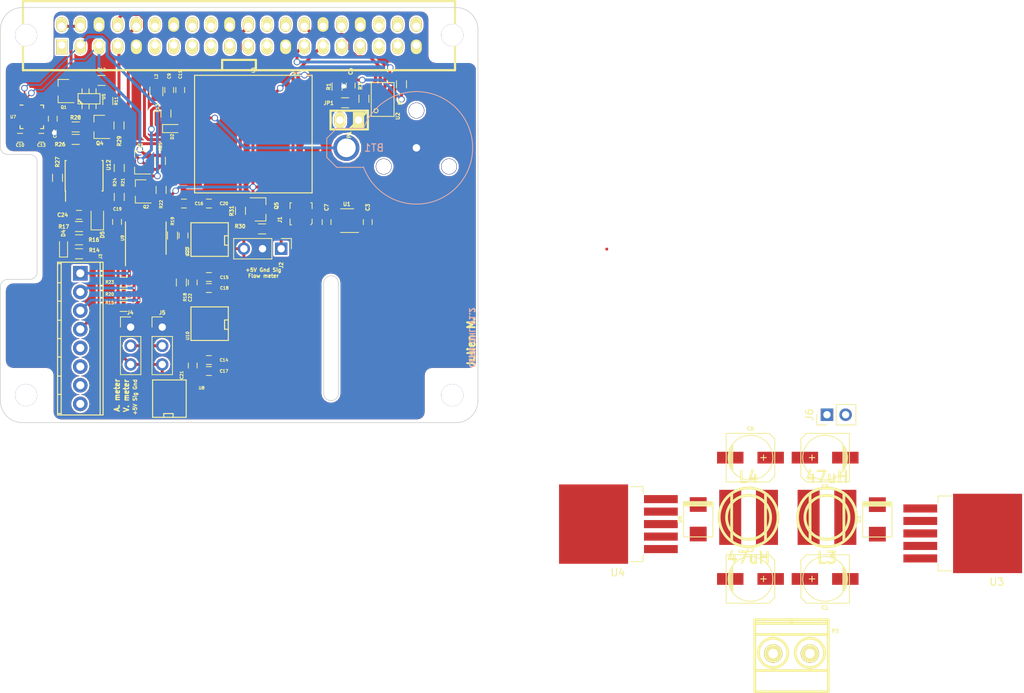
<source format=kicad_pcb>
(kicad_pcb (version 4) (host pcbnew 4.0.7-e0-6372~58~ubuntu16.04.1)
  (title_block (title "Raspberry Pi Hat Template") (date 2015-12-24) (rev 0.1) (company OpenFet) (comment 1 "Author: Julien") (comment 2 "License: CERN OHL V1.2"))
  (layers (0 F.Cu signal) (31 B.Cu signal) (34 B.Paste user) (35 F.Paste user) (36 B.SilkS user hide) (37 F.SilkS user) (38 B.Mask user) (39 F.Mask user) (44 Edge.Cuts user))
  (net 0 "")
  (net 1 GND)
  (net 2 "/Back Power Protection/5V_MCU")
  (net 3 +24V)
  (net 4 "Net-(JP1-Pad1)")
  (net 5 "Net-(P3-Pad27)")
  (net 6 "Net-(P3-Pad28)")
  (net 7 "Net-(Q1-Pad1)")
  (net 8 "Net-(R11-Pad1)")
  (net 9 "Net-(D2-Pad1)")
  (net 10 "Net-(D2-Pad2)")
  (net 11 "Net-(J1-Pad1)")
  (net 12 /TXD)
  (net 13 /RXD)
  (net 14 /VBACKUP)
  (net 15 /+3.3V)
  (net 16 /+5V)
  (net 17 "Net-(C11-Pad1)")
  (net 18 "Net-(C13-Pad2)")
  (net 19 "Net-(J2-Pad1)")
  (net 20 "Net-(D6-Pad1)")
  (net 21 /Fuel_Flow)
  (net 22 /I2C_SDA)
  (net 23 /I2C_SCLK)
  (net 24 /ASI)
  (net 25 /BARO)
  (net 26 /MAP)
  (net 27 "Net-(C24-Pad1)")
  (net 28 "Net-(D4-Pad1)")
  (net 29 "Net-(D5-Pad1)")
  (net 30 /Tachometer)
  (net 31 /OilPressure)
  (net 32 /OilTemp)
  (net 33 /CHT)
  (net 34 /CurrentMeter)
  (net 35 /VoltageMeter)
  (net 36 /Tach)
  (net 37 "Net-(Q2-Pad3)")
  (net 38 "Net-(Q3-Pad3)")
  (net 39 "Net-(Q4-Pad3)")
  (net 40 "Net-(R26-Pad1)")
  (net 41 "Net-(U12-Pad1)")
  (net 42 /+5VRpi)
  (net 43 "Net-(D3-Pad1)")
  (net 44 /1PPS)
  (module TO_SOT_Packages_SMD:SOT-23-5 (layer F.Cu) (at 152.119328 100.0733 180)
    (fp_text reference U1 (at 0.05 2.25 180) (layer F.SilkS) (effects (font (size 0.5 0.5) (thickness 0.125))))
    (fp_text value MIC5219-3.3BM5)
    (pad 1 smd rect (at -1.1 -0.95 180) (size 1.06 0.65) (layers F.Cu F.Paste F.Mask) (net 16 /+5V))
    (pad 2 smd rect (at -1.1 0 180) (size 1.06 0.65) (layers F.Cu F.Paste F.Mask) (net 1 GND))
    (pad 3 smd rect (at -1.1 0.95 180) (size 1.06 0.65) (layers F.Cu F.Paste F.Mask) (net 16 /+5V))
    (pad 4 smd rect (at 1.1 0.95 180) (size 1.06 0.65) (layers F.Cu F.Paste F.Mask))
    (pad 5 smd rect (at 1.1 -0.95 180) (size 1.06 0.65) (layers F.Cu F.Paste F.Mask) (net 15 /+3.3V))
  )
  (module Connectors:CR1220 (layer B.Cu) (at 152.014 90.17)
    (fp_text reference BT1 (at 3.75 0 180) (layer B.SilkS) (effects (justify mirror)))
    (fp_text value Battery_Cell)
    (pad 1 thru_hole circle (at 0 0) (size 3.56 3.56) (drill 2.54) (layers *.Cu *.Mask) (net 14 /VBACKUP))
    (pad 2 thru_hole circle (at 9.53 0) (size 2.54 2.54) (drill 1.02) (layers *.Cu *.Mask) (net 1 GND))
    (pad "" thru_hole circle (at 9.53 -5.08) (size 2.16 2.16) (drill 2.03) (layers *.Cu *.Mask))
    (pad "" thru_hole circle (at 13.97 2.54) (size 2.16 2.16) (drill 2.03) (layers *.Cu *.Mask))
    (pad "" thru_hole circle (at 5.08 2.54) (size 2.16 2.16) (drill 2.03) (layers *.Cu *.Mask))
  )
  (module w_conn_strip:vasch_strip_20x2 (layer F.Cu) (at 137.4 74.9)
    (fp_text reference P3 (at 7.75 5.25) (layer F.SilkS) (effects (font (size 0.4 0.4) (thickness 0.1))))
    (fp_text value Raspberry_Pi_+_Conn hide)
    (pad 37 thru_hole oval (at 21.59 1.27) (size 1.5 2) (drill 1 (offset 0 0.25)) (layers *.Cu *.Mask F.SilkS))
    (pad 38 thru_hole oval (at 21.59 -1.27) (size 1.5 2) (drill 1 (offset 0 -0.25)) (layers *.Cu *.Mask F.SilkS))
    (pad 40 thru_hole oval (at 24.13 -1.27) (size 1.5 2) (drill 1 (offset 0 -0.25)) (layers *.Cu *.Mask F.SilkS))
    (pad 39 thru_hole oval (at 24.13 1.27) (size 1.5 2) (drill 1 (offset 0 0.25)) (layers *.Cu *.Mask F.SilkS) (net 1 GND))
    (pad 35 thru_hole oval (at 19.05 1.27) (size 1.5 2) (drill 1 (offset 0 0.25)) (layers *.Cu *.Mask F.SilkS))
    (pad 36 thru_hole oval (at 19.05 -1.27) (size 1.5 2) (drill 1 (offset 0 -0.25)) (layers *.Cu *.Mask F.SilkS))
    (pad 34 thru_hole oval (at 16.51 -1.27) (size 1.5 2) (drill 1 (offset 0 -0.25)) (layers *.Cu *.Mask F.SilkS) (net 1 GND))
    (pad 33 thru_hole oval (at 16.51 1.27) (size 1.5 2) (drill 1 (offset 0 0.25)) (layers *.Cu *.Mask F.SilkS))
    (pad 31 thru_hole oval (at 13.97 1.27) (size 1.5 2) (drill 1 (offset 0 0.25)) (layers *.Cu *.Mask F.SilkS))
    (pad 32 thru_hole oval (at 13.97 -1.27) (size 1.5 2) (drill 1 (offset 0 -0.25)) (layers *.Cu *.Mask F.SilkS))
    (pad 27 thru_hole oval (at 8.89 1.27) (size 1.5 2) (drill 1 (offset 0 0.25)) (layers *.Cu *.Mask F.SilkS) (net 5 "Net-(P3-Pad27)"))
    (pad 28 thru_hole oval (at 8.89 -1.27) (size 1.5 2) (drill 1 (offset 0 -0.25)) (layers *.Cu *.Mask F.SilkS) (net 6 "Net-(P3-Pad28)"))
    (pad 30 thru_hole oval (at 11.43 -1.27) (size 1.5 2) (drill 1 (offset 0 -0.25)) (layers *.Cu *.Mask F.SilkS) (net 1 GND))
    (pad 29 thru_hole oval (at 11.43 1.27) (size 1.5 2) (drill 1 (offset 0 0.25)) (layers *.Cu *.Mask F.SilkS) (net 44 /1PPS))
    (pad 25 thru_hole oval (at 6.35 1.27) (size 1.5 2) (drill 1 (offset 0 0.25)) (layers *.Cu *.Mask F.SilkS) (net 1 GND))
    (pad 26 thru_hole oval (at 6.35 -1.27) (size 1.5 2) (drill 1 (offset 0 -0.25)) (layers *.Cu *.Mask F.SilkS))
    (pad 24 thru_hole oval (at 3.81 -1.27) (size 1.5 2) (drill 1 (offset 0 -0.25)) (layers *.Cu *.Mask F.SilkS))
    (pad 23 thru_hole oval (at 3.81 1.27) (size 1.5 2) (drill 1 (offset 0 0.25)) (layers *.Cu *.Mask F.SilkS))
    (pad 21 thru_hole oval (at 1.27 1.27) (size 1.5 2) (drill 1 (offset 0 0.25)) (layers *.Cu *.Mask F.SilkS))
    (pad 22 thru_hole oval (at 1.27 -1.27) (size 1.5 2) (drill 1 (offset 0 -0.25)) (layers *.Cu *.Mask F.SilkS) (net 21 /Fuel_Flow))
    (pad 20 thru_hole oval (at -1.27 -1.27) (size 1.5 2) (drill 1 (offset 0 -0.25)) (layers *.Cu *.Mask F.SilkS) (net 1 GND))
    (pad 19 thru_hole oval (at -1.27 1.27) (size 1.5 2) (drill 1 (offset 0 0.25)) (layers *.Cu *.Mask F.SilkS))
    (pad 17 thru_hole oval (at -3.81 1.27) (size 1.5 2) (drill 1 (offset 0 0.25)) (layers *.Cu *.Mask F.SilkS))
    (pad 18 thru_hole oval (at -3.81 -1.27) (size 1.5 2) (drill 1 (offset 0 -0.25)) (layers *.Cu *.Mask F.SilkS))
    (pad 16 thru_hole oval (at -6.35 -1.27) (size 1.5 2) (drill 1 (offset 0 -0.25)) (layers *.Cu *.Mask F.SilkS))
    (pad 15 thru_hole oval (at -6.35 1.27) (size 1.5 2) (drill 1 (offset 0 0.25)) (layers *.Cu *.Mask F.SilkS))
    (pad 13 thru_hole oval (at -8.89 1.27) (size 1.5 2) (drill 1 (offset 0 0.25)) (layers *.Cu *.Mask F.SilkS))
    (pad 14 thru_hole oval (at -8.89 -1.27) (size 1.5 2) (drill 1 (offset 0 -0.25)) (layers *.Cu *.Mask F.SilkS) (net 1 GND))
    (pad 12 thru_hole oval (at -11.43 -1.27) (size 1.5 2) (drill 1 (offset 0 -0.25)) (layers *.Cu *.Mask F.SilkS))
    (pad 11 thru_hole oval (at -11.43 1.27) (size 1.5 2) (drill 1 (offset 0 0.25)) (layers *.Cu *.Mask F.SilkS))
    (pad 9 thru_hole oval (at -13.97 1.27) (size 1.5 2) (drill 1 (offset 0 0.25)) (layers *.Cu *.Mask F.SilkS) (net 1 GND))
    (pad 10 thru_hole oval (at -13.97 -1.27) (size 1.5 2) (drill 1 (offset 0 -0.25)) (layers *.Cu *.Mask F.SilkS) (net 12 /TXD))
    (pad 8 thru_hole oval (at -16.51 -1.27) (size 1.5 2) (drill 1 (offset 0 -0.25)) (layers *.Cu *.Mask F.SilkS) (net 13 /RXD))
    (pad 7 thru_hole oval (at -16.51 1.27) (size 1.5 2) (drill 1 (offset 0 0.25)) (layers *.Cu *.Mask F.SilkS) (net 36 /Tach))
    (pad 1 thru_hole rect (at -24.13 1.27) (size 1.5 2) (drill 1 (offset 0 0.25)) (layers *.Cu *.Mask F.SilkS))
    (pad 2 thru_hole oval (at -24.13 -1.27) (size 1.5 2) (drill 1 (offset 0 -0.25)) (layers *.Cu *.Mask F.SilkS) (net 2 "/Back Power Protection/5V_MCU"))
    (pad 3 thru_hole oval (at -21.59 1.27) (size 1.5 2) (drill 1 (offset 0 0.25)) (layers *.Cu *.Mask F.SilkS) (net 22 /I2C_SDA))
    (pad 4 thru_hole oval (at -21.59 -1.27) (size 1.5 2) (drill 1 (offset 0 -0.25)) (layers *.Cu *.Mask F.SilkS) (net 2 "/Back Power Protection/5V_MCU"))
    (pad 5 thru_hole oval (at -19.05 1.27) (size 1.5 2) (drill 1 (offset 0 0.25)) (layers *.Cu *.Mask F.SilkS) (net 23 /I2C_SCLK))
    (pad 6 thru_hole oval (at -19.05 -1.27) (size 1.5 2) (drill 1 (offset 0 -0.25)) (layers *.Cu *.Mask F.SilkS) (net 1 GND))
  )
  (module aeroPi:PA6H (layer F.Cu) (at 139.35 88.3)
    (fp_text reference U6 (at 0 -8.7 90) (layer F.SilkS) (effects (font (size 0.4 0.4) (thickness 0.1))))
    (fp_text value FGPMMOPA6H)
    (pad 20 smd rect (at 8 -6.75) (size 2 1) (layers F.Cu F.Paste F.Mask))
    (pad 1 smd rect (at -8 -6.75) (size 2 1) (layers F.Cu F.Paste F.Mask) (net 17 "Net-(C11-Pad1)"))
    (pad 19 smd rect (at 8 -5.25) (size 2 1) (layers F.Cu F.Paste F.Mask) (net 1 GND))
    (pad 2 smd rect (at -8 -5.25) (size 2 1) (layers F.Cu F.Paste F.Mask))
    (pad 18 smd rect (at 8 -3.75) (size 2 1) (layers F.Cu F.Paste F.Mask))
    (pad 3 smd rect (at -8 -3.75) (size 2 1) (layers F.Cu F.Paste F.Mask) (net 1 GND))
    (pad 17 smd rect (at 8 -2.25) (size 2 1) (layers F.Cu F.Paste F.Mask))
    (pad 4 smd rect (at -8 -2.25) (size 2 1) (layers F.Cu F.Paste F.Mask) (net 14 /VBACKUP))
    (pad 16 smd rect (at 8 -0.75) (size 2 1) (layers F.Cu F.Paste F.Mask))
    (pad 5 smd rect (at -8 -0.75) (size 2 1) (layers F.Cu F.Paste F.Mask) (net 10 "Net-(D2-Pad2)"))
    (pad 15 smd rect (at 8 0.75) (size 2 1) (layers F.Cu F.Paste F.Mask))
    (pad 6 smd rect (at -8 0.75) (size 2 1) (layers F.Cu F.Paste F.Mask))
    (pad 14 smd rect (at 8 2.25) (size 2 1) (layers F.Cu F.Paste F.Mask))
    (pad 7 smd rect (at -8 2.25) (size 2 1) (layers F.Cu F.Paste F.Mask))
    (pad 13 smd rect (at 8 3.75) (size 2 1) (layers F.Cu F.Paste F.Mask) (net 44 /1PPS))
    (pad 8 smd rect (at -8 3.75) (size 2 1) (layers F.Cu F.Paste F.Mask) (net 1 GND))
    (pad 12 smd rect (at 8 5.25) (size 2 1) (layers F.Cu F.Paste F.Mask) (net 1 GND))
    (pad 9 smd rect (at -8 5.25) (size 2 1) (layers F.Cu F.Paste F.Mask) (net 13 /RXD))
    (pad 11 smd rect (at 8 6.75) (size 2 1) (layers F.Cu F.Paste F.Mask) (net 11 "Net-(J1-Pad1)"))
    (pad 10 smd rect (at -8 6.75) (size 2 1) (layers F.Cu F.Paste F.Mask) (net 12 /TXD))
  )
  (module Mounting_Holes:MountingHole_3mm (layer F.Cu) (at 166.42 74.82)
    (fp_text reference M2 hide)
    (fp_text value MountingHole_3mm hide)
    (pad 1 thru_hole circle (at 0 0) (size 2.99974 2.99974) (drill 2.99974) (layers))
  )
  (module Mounting_Holes:MountingHole_3mm (layer F.Cu) (at 166.42 123.82)
    (fp_text reference M3 hide)
    (fp_text value MountingHole_3mm hide)
    (pad 1 thru_hole circle (at 0 0) (size 2.99974 2.99974) (drill 2.99974) (layers))
  )
  (module Mounting_Holes:MountingHole_3mm (layer F.Cu) (at 108.42 123.82)
    (fp_text reference M0 hide)
    (fp_text value MountingHole_3mm hide)
    (pad 1 thru_hole circle (at 0 0) (size 2.99974 2.99974) (drill 2.99974) (layers))
  )
  (module Mounting_Holes:MountingHole_3mm (layer F.Cu) (at 108.42 74.82)
    (fp_text reference M1 hide)
    (fp_text value MountingHole_3mm hide)
    (pad 1 thru_hole circle (at 0 0) (size 2.99974 2.99974) (drill 2.99974) (layers))
  )
  (module w_pin_strip:pin_strip_2 (layer F.Cu) (at 152.398 86.386 180)
    (fp_text reference P1 (at 0 -2 270) (layer F.SilkS) (effects (font (size 0.5 0.5) (thickness 0.125))))
    (fp_text value CONN_01X02 hide)
    (pad 1 thru_hole rect (at -1.27 0 180) (size 1.524 2.19964) (drill 1.00076) (layers *.Cu *.Mask F.SilkS) (net 1 GND))
    (pad 2 thru_hole oval (at 1.27 0 180) (size 1.524 2.19964) (drill 1.00076) (layers *.Cu *.Mask F.SilkS) (net 4 "Net-(JP1-Pad1)"))
  )
  (module w_conn_mkds:mkds_1,5-2 (layer F.Cu) (at 212.598 159.004 180)
    (fp_text reference P2 (at -5.95 3.05 360) (layer F.SilkS) (effects (font (size 0.5 0.5) (thickness 0.125))))
    (fp_text value CONN_01X02 hide)
    (pad 1 thru_hole circle (at -2.5 0 180) (size 2.5 2.5) (drill 1.3) (layers *.Cu *.Mask F.SilkS) (net 3 +24V))
    (pad 2 thru_hole circle (at 2.5 0 180) (size 2.5 2.5) (drill 1.3) (layers *.Cu *.Mask F.SilkS) (net 1 GND))
  )
  (module w_smd_dil:tssop-8 (layer F.Cu) (at 156.948 83.586)
    (fp_text reference U2 (at 2.056 2.266 90) (layer F.SilkS) (effects (font (size 0.5 0.5) (thickness 0.125))))
    (fp_text value CAT24C32HU4I-GT3 hide)
    (pad 2 smd rect (at -0.32258 2.79908) (size 0.4191 1.47066) (layers F.Cu F.Paste F.Mask) (net 1 GND))
    (pad 3 smd rect (at 0.32258 2.79908) (size 0.4191 1.47066) (layers F.Cu F.Paste F.Mask) (net 1 GND))
    (pad 4 smd rect (at 0.97536 2.79908) (size 0.4191 1.47066) (layers F.Cu F.Paste F.Mask) (net 1 GND))
    (pad 1 smd rect (at -0.97536 2.79908) (size 0.4191 1.47066) (layers F.Cu F.Paste F.Mask) (net 1 GND))
    (pad 5 smd rect (at 0.97536 -2.79908) (size 0.4191 1.47066) (layers F.Cu F.Paste F.Mask) (net 5 "Net-(P3-Pad27)"))
    (pad 6 smd rect (at 0.32258 -2.79908) (size 0.4191 1.47066) (layers F.Cu F.Paste F.Mask) (net 6 "Net-(P3-Pad28)"))
    (pad 7 smd rect (at -0.32258 -2.79908) (size 0.4191 1.47066) (layers F.Cu F.Paste F.Mask) (net 4 "Net-(JP1-Pad1)"))
    (pad 8 smd rect (at -0.97536 -2.79908) (size 0.4191 1.47066) (layers F.Cu F.Paste F.Mask) (net 15 /+3.3V))
  )
  (module w_smd_trans:sot23-6 (layer F.Cu) (at 116.99098 83.49162)
    (fp_text reference U5 (at 2 -0.3 90) (layer F.SilkS) (effects (font (size 0.4 0.4) (thickness 0.1))))
    (fp_text value DMMT5401 hide)
    (pad 1 smd rect (at -0.9525 1.05664) (size 0.59944 1.00076) (layers F.Cu F.Paste F.Mask) (net 8 "Net-(R11-Pad1)"))
    (pad 3 smd rect (at 0.9525 1.05664) (size 0.59944 1.00076) (layers F.Cu F.Paste F.Mask) (net 8 "Net-(R11-Pad1)"))
    (pad 2 smd rect (at 0 1.05664) (size 0.59944 1.00076) (layers F.Cu F.Paste F.Mask) (net 8 "Net-(R11-Pad1)"))
    (pad 4 smd rect (at 0.9525 -1.05664) (size 0.59944 1.00076) (layers F.Cu F.Paste F.Mask) (net 7 "Net-(Q1-Pad1)"))
    (pad 6 smd rect (at -0.9525 -1.05664) (size 0.59944 1.00076) (layers F.Cu F.Paste F.Mask) (net 42 /+5VRpi))
    (pad 5 smd rect (at 0 -1.05664) (size 0.59944 1.00076) (layers F.Cu F.Paste F.Mask) (net 2 "/Back Power Protection/5V_MCU"))
  )
  (module Connectors_Molex:Molex_Microcoaxial_RF (layer F.Cu) (at 145.85 99.15 90)
    (fp_text reference J1 (at -0.8 -2.9 90) (layer F.SilkS) (effects (font (size 0.5 0.5) (thickness 0.125))))
    (fp_text value CONN_COAXIAL)
    (pad 2 smd rect (at -1.475 0 90) (size 1.05 2.2) (layers F.Cu F.Paste F.Mask) (net 1 GND))
    (pad 2 smd rect (at 1.475 0 90) (size 1.05 2.2) (layers F.Cu F.Paste F.Mask) (net 1 GND))
    (pad 2 smd rect (at 0 -1.5 90) (size 1 1) (layers F.Cu F.Paste F.Mask) (net 1 GND))
    (pad 1 smd rect (at 0 1.5 90) (size 1 1) (layers F.Cu F.Paste F.Mask) (net 11 "Net-(J1-Pad1)"))
  )
  (module Housings_DFN_QFN:QFN-24_3x3mm_Pitch0.4mm (layer F.Cu) (at 109.2 85.95)
    (fp_text reference U7 (at -2.55 0) (layer F.SilkS) (effects (font (size 0.4 0.4) (thickness 0.1))))
    (fp_text value MPU-9250)
    (pad 1 smd rect (at -1.5 -1) (size 0.55 0.2) (layers F.Cu F.Paste F.Mask) (net 15 /+3.3V))
    (pad 2 smd rect (at -1.5 -0.6) (size 0.55 0.2) (layers F.Cu F.Paste F.Mask))
    (pad 3 smd rect (at -1.5 -0.2) (size 0.55 0.2) (layers F.Cu F.Paste F.Mask))
    (pad 4 smd rect (at -1.5 0.2) (size 0.55 0.2) (layers F.Cu F.Paste F.Mask))
    (pad 5 smd rect (at -1.5 0.6) (size 0.55 0.2) (layers F.Cu F.Paste F.Mask))
    (pad 6 smd rect (at -1.5 1) (size 0.55 0.2) (layers F.Cu F.Paste F.Mask))
    (pad 7 smd rect (at -1 1.5 90) (size 0.55 0.2) (layers F.Cu F.Paste F.Mask))
    (pad 8 smd rect (at -0.6 1.5 90) (size 0.55 0.2) (layers F.Cu F.Paste F.Mask) (net 15 /+3.3V))
    (pad 9 smd rect (at -0.2 1.5 90) (size 0.55 0.2) (layers F.Cu F.Paste F.Mask) (net 1 GND))
    (pad 10 smd rect (at 0.2 1.5 90) (size 0.55 0.2) (layers F.Cu F.Paste F.Mask) (net 18 "Net-(C13-Pad2)"))
    (pad 11 smd rect (at 0.6 1.5 90) (size 0.55 0.2) (layers F.Cu F.Paste F.Mask))
    (pad 12 smd rect (at 1 1.5 90) (size 0.55 0.2) (layers F.Cu F.Paste F.Mask))
    (pad 13 smd rect (at 1.5 1) (size 0.55 0.2) (layers F.Cu F.Paste F.Mask) (net 15 /+3.3V))
    (pad 14 smd rect (at 1.5 0.6) (size 0.55 0.2) (layers F.Cu F.Paste F.Mask))
    (pad 15 smd rect (at 1.5 0.2) (size 0.55 0.2) (layers F.Cu F.Paste F.Mask))
    (pad 16 smd rect (at 1.5 -0.2) (size 0.55 0.2) (layers F.Cu F.Paste F.Mask))
    (pad 17 smd rect (at 1.5 -0.6) (size 0.55 0.2) (layers F.Cu F.Paste F.Mask))
    (pad 18 smd rect (at 1.5 -1) (size 0.55 0.2) (layers F.Cu F.Paste F.Mask) (net 1 GND))
    (pad 19 smd rect (at 1 -1.5 90) (size 0.55 0.2) (layers F.Cu F.Paste F.Mask))
    (pad 20 smd rect (at 0.6 -1.5 90) (size 0.55 0.2) (layers F.Cu F.Paste F.Mask) (net 1 GND))
    (pad 21 smd rect (at 0.2 -1.5 90) (size 0.55 0.2) (layers F.Cu F.Paste F.Mask))
    (pad 22 smd rect (at -0.2 -1.5 90) (size 0.55 0.2) (layers F.Cu F.Paste F.Mask) (net 15 /+3.3V))
    (pad 23 smd rect (at -0.6 -1.5 90) (size 0.55 0.2) (layers F.Cu F.Paste F.Mask) (net 23 /I2C_SCLK))
    (pad 24 smd rect (at -1 -1.5 90) (size 0.55 0.2) (layers F.Cu F.Paste F.Mask) (net 22 /I2C_SDA))
  )
  (module Resistors_SMD:R_0603 (layer F.Cu) (at 151.848 84.036)
    (fp_text reference JP1 (at -2.242 0.038) (layer F.SilkS) (effects (font (size 0.5 0.5) (thickness 0.125))))
    (fp_text value JUMPER)
    (pad 1 smd rect (at -0.75 0) (size 0.5 0.9) (layers F.Cu F.Paste F.Mask) (net 4 "Net-(JP1-Pad1)"))
    (pad 2 smd rect (at 0.75 0) (size 0.5 0.9) (layers F.Cu F.Paste F.Mask) (net 1 GND))
  )
  (module Resistors_SMD:R_0805 (layer F.Cu) (at 126.15 82.5 90)
    (fp_text reference L2 (at 2.05 0 90) (layer F.SilkS) (effects (font (size 0.4 0.4) (thickness 0.1))))
    (fp_text value Ferrite)
    (pad 1 smd rect (at -0.95 0 90) (size 0.7 1.3) (layers F.Cu F.Paste F.Mask) (net 15 /+3.3V))
    (pad 2 smd rect (at 0.95 0 90) (size 0.7 1.3) (layers F.Cu F.Paste F.Mask) (net 17 "Net-(C11-Pad1)"))
  )
  (module Capacitors_SMD:C_0603 (layer F.Cu) (at 152.598 81.686 270)
    (fp_text reference C4 (at -1.93 0 270) (layer F.SilkS) (effects (font (size 0.5 0.5) (thickness 0.125))))
    (fp_text value 0.1uf)
    (pad 1 smd rect (at -0.75 0 270) (size 0.8 0.75) (layers F.Cu F.Paste F.Mask) (net 15 /+3.3V))
    (pad 2 smd rect (at 0.75 0 270) (size 0.8 0.75) (layers F.Cu F.Paste F.Mask) (net 1 GND))
  )
  (module Capacitors_SMD:C_0603 (layer F.Cu) (at 127.9 82.3 270)
    (fp_text reference C9 (at -1.9 0 270) (layer F.SilkS) (effects (font (size 0.4 0.4) (thickness 0.1))))
    (fp_text value 10u)
    (pad 1 smd rect (at -0.75 0 270) (size 0.8 0.75) (layers F.Cu F.Paste F.Mask) (net 17 "Net-(C11-Pad1)"))
    (pad 2 smd rect (at 0.75 0 270) (size 0.8 0.75) (layers F.Cu F.Paste F.Mask) (net 1 GND))
  )
  (module Capacitors_SMD:C_0603 (layer F.Cu) (at 107.6 88.8 180)
    (fp_text reference C10 (at 0 -1 180) (layer F.SilkS) (effects (font (size 0.4 0.4) (thickness 0.1))))
    (fp_text value 10n)
    (pad 1 smd rect (at -0.75 0 180) (size 0.8 0.75) (layers F.Cu F.Paste F.Mask) (net 15 /+3.3V))
    (pad 2 smd rect (at 0.75 0 180) (size 0.8 0.75) (layers F.Cu F.Paste F.Mask) (net 1 GND))
  )
  (module Capacitors_SMD:C_0603 (layer F.Cu) (at 129.4 82.3 270)
    (fp_text reference C11 (at -2.1 0 270) (layer F.SilkS) (effects (font (size 0.4 0.4) (thickness 0.1))))
    (fp_text value 0.1u)
    (pad 1 smd rect (at -0.75 0 270) (size 0.8 0.75) (layers F.Cu F.Paste F.Mask) (net 17 "Net-(C11-Pad1)"))
    (pad 2 smd rect (at 0.75 0 270) (size 0.8 0.75) (layers F.Cu F.Paste F.Mask) (net 1 GND))
  )
  (module Capacitors_SMD:C_0603 (layer F.Cu) (at 112.05 86.2 90)
    (fp_text reference C12 (at -2.05 0.3 90) (layer F.SilkS) (effects (font (size 0.4 0.4) (thickness 0.1))))
    (fp_text value 0.1u)
    (pad 1 smd rect (at -0.75 0 90) (size 0.8 0.75) (layers F.Cu F.Paste F.Mask) (net 15 /+3.3V))
    (pad 2 smd rect (at 0.75 0 90) (size 0.8 0.75) (layers F.Cu F.Paste F.Mask) (net 1 GND))
  )
  (module Capacitors_SMD:C_0603 (layer F.Cu) (at 110.5 88.8 180)
    (fp_text reference C13 (at 0 -1 180) (layer F.SilkS) (effects (font (size 0.4 0.4) (thickness 0.1))))
    (fp_text value 0.1u)
    (pad 1 smd rect (at -0.75 0 180) (size 0.8 0.75) (layers F.Cu F.Paste F.Mask) (net 1 GND))
    (pad 2 smd rect (at 0.75 0 180) (size 0.8 0.75) (layers F.Cu F.Paste F.Mask) (net 18 "Net-(C13-Pad2)"))
  )
  (module Capacitors_SMD:C_0603 (layer F.Cu) (at 133.3 119.05 180)
    (fp_text reference C14 (at -2.05 0 180) (layer F.SilkS) (effects (font (size 0.4 0.4) (thickness 0.1))))
    (fp_text value 1u)
    (pad 1 smd rect (at -0.75 0 180) (size 0.8 0.75) (layers F.Cu F.Paste F.Mask) (net 16 /+5V))
    (pad 2 smd rect (at 0.75 0 180) (size 0.8 0.75) (layers F.Cu F.Paste F.Mask) (net 1 GND))
  )
  (module Diodes_SMD:D_0603 (layer F.Cu) (at 128.3 87.55)
    (fp_text reference D2 (at 0 1.1 90) (layer F.SilkS) (effects (font (size 0.4 0.4) (thickness 0.1))))
    (fp_text value "3D FIX")
    (pad 1 smd rect (at -0.85 0) (size 0.6 0.8) (layers F.Cu F.Paste F.Mask) (net 9 "Net-(D2-Pad1)"))
    (pad 2 smd rect (at 0.85 0) (size 0.6 0.8) (layers F.Cu F.Paste F.Mask) (net 10 "Net-(D2-Pad2)"))
  )
  (module Resistors_SMD:R_0603 (layer F.Cu) (at 150.748 81.836 270)
    (fp_text reference R1 (at 0 1.142 270) (layer F.SilkS) (effects (font (size 0.5 0.5) (thickness 0.125))))
    (fp_text value 1k)
    (pad 1 smd rect (at -0.75 0 270) (size 0.5 0.9) (layers F.Cu F.Paste F.Mask) (net 15 /+3.3V))
    (pad 2 smd rect (at 0.75 0 270) (size 0.5 0.9) (layers F.Cu F.Paste F.Mask) (net 4 "Net-(JP1-Pad1)"))
  )
  (module Resistors_SMD:R_0603 (layer F.Cu) (at 154.398 83.486 270)
    (fp_text reference R3 (at -1.698 0.474 270) (layer F.SilkS) (effects (font (size 0.5 0.5) (thickness 0.125))))
    (fp_text value 3.9k)
    (pad 1 smd rect (at -0.75 0 270) (size 0.5 0.9) (layers F.Cu F.Paste F.Mask) (net 15 /+3.3V))
    (pad 2 smd rect (at 0.75 0 270) (size 0.5 0.9) (layers F.Cu F.Paste F.Mask) (net 6 "Net-(P3-Pad28)"))
  )
  (module Resistors_SMD:R_0603 (layer F.Cu) (at 159.512 81.522 90)
    (fp_text reference R5 (at -2.35 -0.15 90) (layer F.SilkS) (effects (font (size 0.5 0.5) (thickness 0.125))))
    (fp_text value 3.9k)
    (pad 1 smd rect (at -0.75 0 90) (size 0.5 0.9) (layers F.Cu F.Paste F.Mask) (net 15 /+3.3V))
    (pad 2 smd rect (at 0.75 0 90) (size 0.5 0.9) (layers F.Cu F.Paste F.Mask) (net 5 "Net-(P3-Pad27)"))
  )
  (module Resistors_SMD:R_0603 (layer F.Cu) (at 119.54098 83.79162 90)
    (fp_text reference R11 (at 0 1.15 90) (layer F.SilkS) (effects (font (size 0.4 0.4) (thickness 0.1))))
    (fp_text value 10k)
    (pad 1 smd rect (at -0.75 0 90) (size 0.5 0.9) (layers F.Cu F.Paste F.Mask) (net 8 "Net-(R11-Pad1)"))
    (pad 2 smd rect (at 0.75 0 90) (size 0.5 0.9) (layers F.Cu F.Paste F.Mask) (net 1 GND))
  )
  (module Resistors_SMD:R_0603 (layer F.Cu) (at 118.69098 80.99162)
    (fp_text reference R12 (at 0 -1.45) (layer F.SilkS) (effects (font (size 0.4 0.4) (thickness 0.1))))
    (fp_text value 47k)
    (pad 1 smd rect (at -0.75 0) (size 0.5 0.9) (layers F.Cu F.Paste F.Mask) (net 7 "Net-(Q1-Pad1)"))
    (pad 2 smd rect (at 0.75 0) (size 0.5 0.9) (layers F.Cu F.Paste F.Mask) (net 1 GND))
  )
  (module Resistors_SMD:R_0603 (layer F.Cu) (at 127.45 85.5 90)
    (fp_text reference R13 (at 0.75 -1.15 90) (layer F.SilkS) (effects (font (size 0.4 0.4) (thickness 0.1))))
    (fp_text value 470)
    (pad 1 smd rect (at -0.75 0 90) (size 0.5 0.9) (layers F.Cu F.Paste F.Mask) (net 9 "Net-(D2-Pad1)"))
    (pad 2 smd rect (at 0.75 0 90) (size 0.5 0.9) (layers F.Cu F.Paste F.Mask) (net 15 /+3.3V))
  )
  (module Resistors_SMD:R_0603 (layer F.Cu) (at 115.618854 104.58493)
    (fp_text reference R14 (at 2.081146 -0.48493) (layer F.SilkS) (effects (font (size 0.5 0.5) (thickness 0.125))))
    (fp_text value 10k)
    (pad 1 smd rect (at -0.75 0) (size 0.5 0.9) (layers F.Cu F.Paste F.Mask) (net 28 "Net-(D4-Pad1)"))
    (pad 2 smd rect (at 0.75 0) (size 0.5 0.9) (layers F.Cu F.Paste F.Mask) (net 30 /Tachometer))
  )
  (module Resistors_SMD:R_0603 (layer F.Cu) (at 121.7 111.75 180)
    (fp_text reference R15 (at 1.9 0.5 180) (layer F.SilkS) (effects (font (size 0.4 0.4) (thickness 0.1))))
    (fp_text value 220)
    (pad 1 smd rect (at -0.75 0 180) (size 0.5 0.9) (layers F.Cu F.Paste F.Mask) (net 33 /CHT))
    (pad 2 smd rect (at 0.75 0 180) (size 0.5 0.9) (layers F.Cu F.Paste F.Mask) (net 16 /+5V))
  )
  (module Capacitors_SMD:C_0603 (layer F.Cu) (at 133.3 97.75 180)
    (fp_text reference C20 (at -2.05 0 180) (layer F.SilkS) (effects (font (size 0.4 0.4) (thickness 0.1))))
    (fp_text value 0.01u)
    (pad 1 smd rect (at -0.75 0 180) (size 0.8 0.75) (layers F.Cu F.Paste F.Mask) (net 16 /+5V))
    (pad 2 smd rect (at 0.75 0 180) (size 0.8 0.75) (layers F.Cu F.Paste F.Mask) (net 1 GND))
  )
  (module Capacitors_SMD:C_0603 (layer F.Cu) (at 131.1 119.8 90)
    (fp_text reference C21 (at -1.3 -1.5 90) (layer F.SilkS) (effects (font (size 0.4 0.4) (thickness 0.1))))
    (fp_text value 470p)
    (pad 1 smd rect (at -0.75 0 90) (size 0.8 0.75) (layers F.Cu F.Paste F.Mask) (net 24 /ASI))
    (pad 2 smd rect (at 0.75 0 90) (size 0.8 0.75) (layers F.Cu F.Paste F.Mask) (net 1 GND))
  )
  (module Capacitors_SMD:C_0603 (layer F.Cu) (at 131.1 108.5 90)
    (fp_text reference C22 (at -2.05 -0.35 90) (layer F.SilkS) (effects (font (size 0.4 0.4) (thickness 0.1))))
    (fp_text value 47p)
    (pad 1 smd rect (at -0.75 0 90) (size 0.8 0.75) (layers F.Cu F.Paste F.Mask) (net 25 /BARO))
    (pad 2 smd rect (at 0.75 0 90) (size 0.8 0.75) (layers F.Cu F.Paste F.Mask) (net 1 GND))
  )
  (module Capacitors_SMD:C_0603 (layer F.Cu) (at 129.85 102.1 270)
    (fp_text reference C23 (at 2.1 -0.5 270) (layer F.SilkS) (effects (font (size 0.4 0.4) (thickness 0.1))))
    (fp_text value 47p)
    (pad 1 smd rect (at -0.75 0 270) (size 0.8 0.75) (layers F.Cu F.Paste F.Mask) (net 26 /MAP))
    (pad 2 smd rect (at 0.75 0 270) (size 0.8 0.75) (layers F.Cu F.Paste F.Mask) (net 1 GND))
  )
  (module Capacitors_SMD:C_0603 (layer F.Cu) (at 115.618854 99.28493)
    (fp_text reference C24 (at -2.218854 0.01507) (layer F.SilkS) (effects (font (size 0.5 0.5) (thickness 0.125))))
    (fp_text value 22n)
    (pad 1 smd rect (at -0.75 0) (size 0.8 0.75) (layers F.Cu F.Paste F.Mask) (net 27 "Net-(C24-Pad1)"))
    (pad 2 smd rect (at 0.75 0) (size 0.8 0.75) (layers F.Cu F.Paste F.Mask) (net 1 GND))
  )
  (module TO_SOT_Packages_SMD:SOT-23 (layer F.Cu) (at 124.05 96.1 180)
    (fp_text reference Q2 (at -0.7 -2.1 180) (layer F.SilkS) (effects (font (size 0.4 0.4) (thickness 0.1))))
    (fp_text value BSS138)
    (pad 1 smd rect (at -1 -0.95 180) (size 0.9 0.8) (layers F.Cu F.Paste F.Mask) (net 15 /+3.3V))
    (pad 2 smd rect (at -1 0.95 180) (size 0.9 0.8) (layers F.Cu F.Paste F.Mask) (net 22 /I2C_SDA))
    (pad 3 smd rect (at 1 0 180) (size 0.9 0.8) (layers F.Cu F.Paste F.Mask) (net 37 "Net-(Q2-Pad3)"))
  )
  (module Connectors_Terminal_Blocks:TerminalBlock_Pheonix_MPT-2.54mm_8pol (layer F.Cu) (at 115.8 107.24 270)
    (fp_text reference J3 (at -2.28 -2.75 270) (layer F.SilkS) (effects (font (size 0.4 0.4) (thickness 0.1))))
    (fp_text value Screw_Terminal_1x08)
    (pad 4 thru_hole oval (at 7.62 0 90) (size 1.99898 1.99898) (drill 1.09728) (layers *.Cu *.Mask) (net 30 /Tachometer))
    (pad 1 thru_hole rect (at 0 0 90) (size 1.99898 1.99898) (drill 1.09728) (layers *.Cu *.Mask) (net 31 /OilPressure))
    (pad 2 thru_hole oval (at 2.54 0 90) (size 1.99898 1.99898) (drill 1.09728) (layers *.Cu *.Mask) (net 32 /OilTemp))
    (pad 3 thru_hole oval (at 5.08 0 90) (size 1.99898 1.99898) (drill 1.09728) (layers *.Cu *.Mask) (net 33 /CHT))
    (pad 5 thru_hole oval (at 10.16 0 90) (size 1.99898 1.99898) (drill 1.09728) (layers *.Cu *.Mask))
    (pad 6 thru_hole oval (at 12.7 0 90) (size 1.99898 1.99898) (drill 1.09728) (layers *.Cu *.Mask))
    (pad 7 thru_hole oval (at 15.24 0 90) (size 1.99898 1.99898) (drill 1.09728) (layers *.Cu *.Mask))
    (pad 8 thru_hole oval (at 17.78 0 90) (size 1.99898 1.99898) (drill 1.09728) (layers *.Cu *.Mask))
  )
  (module TO_SOT_Packages_SMD:SOT-23 (layer F.Cu) (at 113.54098 82.44162 180)
    (fp_text reference Q1 (at 0 -2.2 180) (layer F.SilkS) (effects (font (size 0.4 0.4) (thickness 0.1))))
    (fp_text value BSS138)
    (pad 1 smd rect (at -1 -0.95 180) (size 0.9 0.8) (layers F.Cu F.Paste F.Mask) (net 7 "Net-(Q1-Pad1)"))
    (pad 2 smd rect (at -1 0.95 180) (size 0.9 0.8) (layers F.Cu F.Paste F.Mask) (net 2 "/Back Power Protection/5V_MCU"))
    (pad 3 smd rect (at 1 0 180) (size 0.9 0.8) (layers F.Cu F.Paste F.Mask) (net 42 /+5VRpi))
  )
  (module Resistors_SMD:R_0603 (layer F.Cu) (at 115.618854 102.68493 180)
    (fp_text reference R16 (at -2.031146 0 180) (layer F.SilkS) (effects (font (size 0.5 0.5) (thickness 0.125))))
    (fp_text value 100k)
    (pad 1 smd rect (at -0.75 0 180) (size 0.5 0.9) (layers F.Cu F.Paste F.Mask) (net 29 "Net-(D5-Pad1)"))
    (pad 2 smd rect (at 0.75 0 180) (size 0.5 0.9) (layers F.Cu F.Paste F.Mask) (net 28 "Net-(D4-Pad1)"))
  )
  (module Resistors_SMD:R_0603 (layer F.Cu) (at 115.618854 100.88493)
    (fp_text reference R17 (at -2.068854 0.01507) (layer F.SilkS) (effects (font (size 0.5 0.5) (thickness 0.125))))
    (fp_text value 47k)
    (pad 1 smd rect (at -0.75 0) (size 0.5 0.9) (layers F.Cu F.Paste F.Mask) (net 27 "Net-(C24-Pad1)"))
    (pad 2 smd rect (at 0.75 0) (size 0.5 0.9) (layers F.Cu F.Paste F.Mask) (net 29 "Net-(D5-Pad1)"))
  )
  (module Resistors_SMD:R_0603 (layer F.Cu) (at 129.55 108.5 90)
    (fp_text reference R18 (at -2 0.5 90) (layer F.SilkS) (effects (font (size 0.4 0.4) (thickness 0.1))))
    (fp_text value 51k)
    (pad 1 smd rect (at -0.75 0 90) (size 0.5 0.9) (layers F.Cu F.Paste F.Mask) (net 25 /BARO))
    (pad 2 smd rect (at 0.75 0 90) (size 0.5 0.9) (layers F.Cu F.Paste F.Mask) (net 1 GND))
  )
  (module Resistors_SMD:R_0603 (layer F.Cu) (at 128.35 102.1 270)
    (fp_text reference R19 (at -1.95 0 270) (layer F.SilkS) (effects (font (size 0.4 0.4) (thickness 0.1))))
    (fp_text value 51k)
    (pad 1 smd rect (at -0.75 0 270) (size 0.5 0.9) (layers F.Cu F.Paste F.Mask) (net 26 /MAP))
    (pad 2 smd rect (at 0.75 0 270) (size 0.5 0.9) (layers F.Cu F.Paste F.Mask) (net 1 GND))
  )
  (module Resistors_SMD:R_0603 (layer F.Cu) (at 121.7 110.1 180)
    (fp_text reference R20 (at 1.9 0 180) (layer F.SilkS) (effects (font (size 0.4 0.4) (thickness 0.1))))
    (fp_text value 220)
    (pad 1 smd rect (at -0.75 0 180) (size 0.5 0.9) (layers F.Cu F.Paste F.Mask) (net 32 /OilTemp))
    (pad 2 smd rect (at 0.75 0 180) (size 0.5 0.9) (layers F.Cu F.Paste F.Mask) (net 16 /+5V))
  )
  (module Resistors_SMD:R_0603 (layer F.Cu) (at 121.1 96.85 90)
    (fp_text reference R21 (at 2 0.5 90) (layer F.SilkS) (effects (font (size 0.4 0.4) (thickness 0.1))))
    (fp_text value 10k)
    (pad 1 smd rect (at -0.75 0 90) (size 0.5 0.9) (layers F.Cu F.Paste F.Mask) (net 16 /+5V))
    (pad 2 smd rect (at 0.75 0 90) (size 0.5 0.9) (layers F.Cu F.Paste F.Mask) (net 37 "Net-(Q2-Pad3)"))
  )
  (module Resistors_SMD:R_0603 (layer F.Cu) (at 126.8 95.9 90)
    (fp_text reference R22 (at -1.95 0 90) (layer F.SilkS) (effects (font (size 0.4 0.4) (thickness 0.1))))
    (fp_text value 10k)
    (pad 1 smd rect (at -0.75 0 90) (size 0.5 0.9) (layers F.Cu F.Paste F.Mask) (net 15 /+3.3V))
    (pad 2 smd rect (at 0.75 0 90) (size 0.5 0.9) (layers F.Cu F.Paste F.Mask) (net 22 /I2C_SDA))
  )
  (module Capacitors_SMD:C_0603 (layer F.Cu) (at 133.3 107.75 180)
    (fp_text reference C15 (at -2.1 -0.05 180) (layer F.SilkS) (effects (font (size 0.4 0.4) (thickness 0.1))))
    (fp_text value 1u)
    (pad 1 smd rect (at -0.75 0 180) (size 0.8 0.75) (layers F.Cu F.Paste F.Mask) (net 16 /+5V))
    (pad 2 smd rect (at 0.75 0 180) (size 0.8 0.75) (layers F.Cu F.Paste F.Mask) (net 1 GND))
  )
  (module Capacitors_SMD:C_0603 (layer F.Cu) (at 129.9 97.75 180)
    (fp_text reference C16 (at -2.05 0 180) (layer F.SilkS) (effects (font (size 0.4 0.4) (thickness 0.1))))
    (fp_text value 1u)
    (pad 1 smd rect (at -0.75 0 180) (size 0.8 0.75) (layers F.Cu F.Paste F.Mask) (net 16 /+5V))
    (pad 2 smd rect (at 0.75 0 180) (size 0.8 0.75) (layers F.Cu F.Paste F.Mask) (net 1 GND))
  )
  (module Capacitors_SMD:C_0603 (layer F.Cu) (at 133.3 120.55 180)
    (fp_text reference C17 (at -2.05 0 180) (layer F.SilkS) (effects (font (size 0.4 0.4) (thickness 0.1))))
    (fp_text value 0.01u)
    (pad 1 smd rect (at -0.75 0 180) (size 0.8 0.75) (layers F.Cu F.Paste F.Mask) (net 16 /+5V))
    (pad 2 smd rect (at 0.75 0 180) (size 0.8 0.75) (layers F.Cu F.Paste F.Mask) (net 1 GND))
  )
  (module Capacitors_SMD:C_0603 (layer F.Cu) (at 133.3 109.25 180)
    (fp_text reference C18 (at -2.1 0 180) (layer F.SilkS) (effects (font (size 0.4 0.4) (thickness 0.1))))
    (fp_text value 0.01u)
    (pad 1 smd rect (at -0.75 0 180) (size 0.8 0.75) (layers F.Cu F.Paste F.Mask) (net 16 /+5V))
    (pad 2 smd rect (at 0.75 0 180) (size 0.8 0.75) (layers F.Cu F.Paste F.Mask) (net 1 GND))
  )
  (module Capacitors_SMD:C_0603 (layer F.Cu) (at 120.8 100.25 270)
    (fp_text reference C19 (at -1.75 -0.05 360) (layer F.SilkS) (effects (font (size 0.4 0.4) (thickness 0.1))))
    (fp_text value 0.1u)
    (pad 1 smd rect (at -0.75 0 270) (size 0.8 0.75) (layers F.Cu F.Paste F.Mask) (net 16 /+5V))
    (pad 2 smd rect (at 0.75 0 270) (size 0.8 0.75) (layers F.Cu F.Paste F.Mask) (net 1 GND))
  )
  (module Diodes_SMD:D_0603 (layer F.Cu) (at 113.518854 103.73493 90)
    (fp_text reference D4 (at 1.93493 -0.018854 90) (layer F.SilkS) (effects (font (size 0.5 0.5) (thickness 0.125))))
    (fp_text value Diode)
    (pad 1 smd rect (at -0.85 0 90) (size 0.6 0.8) (layers F.Cu F.Paste F.Mask) (net 28 "Net-(D4-Pad1)"))
    (pad 2 smd rect (at 0.85 0 90) (size 0.6 0.8) (layers F.Cu F.Paste F.Mask) (net 1 GND))
  )
  (module Diodes_SMD:D_SOD-323 (layer F.Cu) (at 118.118854 99.83493 90)
    (fp_text reference D5 (at -2.16507 0.681146 90) (layer F.SilkS) (effects (font (size 0.5 0.5) (thickness 0.125))))
    (fp_text value 5.6V)
    (pad 1 smd rect (at -1.05 0 90) (size 0.6 0.45) (layers F.Cu F.Paste F.Mask) (net 29 "Net-(D5-Pad1)"))
    (pad 2 smd rect (at 1.05 0 90) (size 0.6 0.45) (layers F.Cu F.Paste F.Mask) (net 1 GND))
  )
  (module TO_SOT_Packages_SMD:SOT-23 (layer F.Cu) (at 123.95 92.15 180)
    (fp_text reference Q3 (at 0 2.3 180) (layer F.SilkS) (effects (font (size 0.4 0.4) (thickness 0.1))))
    (fp_text value BSS138)
    (pad 1 smd rect (at -1 -0.95 180) (size 0.9 0.8) (layers F.Cu F.Paste F.Mask) (net 15 /+3.3V))
    (pad 2 smd rect (at -1 0.95 180) (size 0.9 0.8) (layers F.Cu F.Paste F.Mask) (net 23 /I2C_SCLK))
    (pad 3 smd rect (at 1 0 180) (size 0.9 0.8) (layers F.Cu F.Paste F.Mask) (net 38 "Net-(Q3-Pad3)"))
  )
  (module TO_SOT_Packages_SMD:SOT-23 (layer F.Cu) (at 118.41507 87.318854 180)
    (fp_text reference Q4 (at -0.03493 -2.231146 180) (layer F.SilkS) (effects (font (size 0.5 0.5) (thickness 0.125))))
    (fp_text value BSS138)
    (pad 1 smd rect (at -1 -0.95 180) (size 0.9 0.8) (layers F.Cu F.Paste F.Mask) (net 15 /+3.3V))
    (pad 2 smd rect (at -1 0.95 180) (size 0.9 0.8) (layers F.Cu F.Paste F.Mask) (net 36 /Tach))
    (pad 3 smd rect (at 1 0 180) (size 0.9 0.8) (layers F.Cu F.Paste F.Mask) (net 39 "Net-(Q4-Pad3)"))
  )
  (module TO_SOT_Packages_SMD:SOT-23 (layer F.Cu) (at 140.3 98.55)
    (fp_text reference Q5 (at 2.2 -0.5 90) (layer F.SilkS) (effects (font (size 0.5 0.5) (thickness 0.125))))
    (fp_text value BSS138)
    (pad 1 smd rect (at -1 -0.95) (size 0.9 0.8) (layers F.Cu F.Paste F.Mask) (net 15 /+3.3V))
    (pad 2 smd rect (at -1 0.95) (size 0.9 0.8) (layers F.Cu F.Paste F.Mask) (net 21 /Fuel_Flow))
    (pad 3 smd rect (at 1 0) (size 0.9 0.8) (layers F.Cu F.Paste F.Mask) (net 19 "Net-(J2-Pad1)"))
  )
  (module Resistors_SMD:R_0603 (layer F.Cu) (at 121.7 108.45)
    (fp_text reference R23 (at -1.9 0) (layer F.SilkS) (effects (font (size 0.4 0.4) (thickness 0.1))))
    (fp_text value 220)
    (pad 1 smd rect (at -0.75 0) (size 0.5 0.9) (layers F.Cu F.Paste F.Mask) (net 16 /+5V))
    (pad 2 smd rect (at 0.75 0) (size 0.5 0.9) (layers F.Cu F.Paste F.Mask) (net 31 /OilPressure))
  )
  (module Resistors_SMD:R_0603 (layer F.Cu) (at 121.1 92.9 90)
    (fp_text reference R24 (at -1.95 -0.6 90) (layer F.SilkS) (effects (font (size 0.4 0.4) (thickness 0.1))))
    (fp_text value 10k)
    (pad 1 smd rect (at -0.75 0 90) (size 0.5 0.9) (layers F.Cu F.Paste F.Mask) (net 16 /+5V))
    (pad 2 smd rect (at 0.75 0 90) (size 0.5 0.9) (layers F.Cu F.Paste F.Mask) (net 38 "Net-(Q3-Pad3)"))
  )
  (module Resistors_SMD:R_0603 (layer F.Cu) (at 126.7 91.95 90)
    (fp_text reference R25 (at 1.95 0 90) (layer F.SilkS) (effects (font (size 0.4 0.4) (thickness 0.1))))
    (fp_text value 10k)
    (pad 1 smd rect (at -0.75 0 90) (size 0.5 0.9) (layers F.Cu F.Paste F.Mask) (net 15 /+3.3V))
    (pad 2 smd rect (at 0.75 0 90) (size 0.5 0.9) (layers F.Cu F.Paste F.Mask) (net 23 /I2C_SCLK))
  )
  (module Resistors_SMD:R_0603 (layer F.Cu) (at 115.16507 89.018854 180)
    (fp_text reference R26 (at 2.11507 -0.681146 180) (layer F.SilkS) (effects (font (size 0.5 0.5) (thickness 0.125))))
    (fp_text value 100k)
    (pad 1 smd rect (at -0.75 0 180) (size 0.5 0.9) (layers F.Cu F.Paste F.Mask) (net 40 "Net-(R26-Pad1)"))
    (pad 2 smd rect (at 0.75 0 180) (size 0.5 0.9) (layers F.Cu F.Paste F.Mask) (net 16 /+5V))
  )
  (module Resistors_SMD:R_0603 (layer F.Cu) (at 112.7 94.25 90)
    (fp_text reference R27 (at 2.15 0 90) (layer F.SilkS) (effects (font (size 0.5 0.5) (thickness 0.125))))
    (fp_text value 10k)
    (pad 1 smd rect (at -0.75 0 90) (size 0.5 0.9) (layers F.Cu F.Paste F.Mask) (net 1 GND))
    (pad 2 smd rect (at 0.75 0 90) (size 0.5 0.9) (layers F.Cu F.Paste F.Mask) (net 40 "Net-(R26-Pad1)"))
  )
  (module Resistors_SMD:R_0603 (layer F.Cu) (at 115.16507 87.318854)
    (fp_text reference R28 (at -0.01507 -1.268854) (layer F.SilkS) (effects (font (size 0.5 0.5) (thickness 0.125))))
    (fp_text value 10k)
    (pad 1 smd rect (at -0.75 0) (size 0.5 0.9) (layers F.Cu F.Paste F.Mask) (net 16 /+5V))
    (pad 2 smd rect (at 0.75 0) (size 0.5 0.9) (layers F.Cu F.Paste F.Mask) (net 39 "Net-(Q4-Pad3)"))
  )
  (module Resistors_SMD:R_0603 (layer F.Cu) (at 121.06507 87.118854 90)
    (fp_text reference R29 (at -2.131146 0.03493 90) (layer F.SilkS) (effects (font (size 0.5 0.5) (thickness 0.125))))
    (fp_text value 10k)
    (pad 1 smd rect (at -0.75 0 90) (size 0.5 0.9) (layers F.Cu F.Paste F.Mask) (net 15 /+3.3V))
    (pad 2 smd rect (at 0.75 0 90) (size 0.5 0.9) (layers F.Cu F.Paste F.Mask) (net 36 /Tach))
  )
  (module Resistors_SMD:R_0603 (layer F.Cu) (at 140.55 101.2)
    (fp_text reference R30 (at -3 -0.35) (layer F.SilkS) (effects (font (size 0.5 0.5) (thickness 0.125))))
    (fp_text value 10k)
    (pad 1 smd rect (at -0.75 0) (size 0.5 0.9) (layers F.Cu F.Paste F.Mask) (net 16 /+5V))
    (pad 2 smd rect (at 0.75 0) (size 0.5 0.9) (layers F.Cu F.Paste F.Mask) (net 19 "Net-(J2-Pad1)"))
  )
  (module Resistors_SMD:R_0603 (layer F.Cu) (at 137.6 98.75 270)
    (fp_text reference R31 (at 0 1.2 270) (layer F.SilkS) (effects (font (size 0.5 0.5) (thickness 0.125))))
    (fp_text value 10k)
    (pad 1 smd rect (at -0.75 0 270) (size 0.5 0.9) (layers F.Cu F.Paste F.Mask) (net 15 /+3.3V))
    (pad 2 smd rect (at 0.75 0 270) (size 0.5 0.9) (layers F.Cu F.Paste F.Mask) (net 21 /Fuel_Flow))
  )
  (module SMD_Packages:SOIC-8-N (layer F.Cu) (at 127.925 124.3 90)
    (fp_text reference U8 (at 1.45 4.375 180) (layer F.SilkS) (effects (font (size 0.4 0.4) (thickness 0.1))))
    (fp_text value Airspeed)
    (pad 8 smd rect (at -1.905 -3.175 90) (size 0.508 1.143) (layers F.Cu F.Paste F.Mask))
    (pad 7 smd rect (at -0.635 -3.175 90) (size 0.508 1.143) (layers F.Cu F.Paste F.Mask))
    (pad 6 smd rect (at 0.635 -3.175 90) (size 0.508 1.143) (layers F.Cu F.Paste F.Mask))
    (pad 5 smd rect (at 1.905 -3.175 90) (size 0.508 1.143) (layers F.Cu F.Paste F.Mask))
    (pad 4 smd rect (at 1.905 3.175 90) (size 0.508 1.143) (layers F.Cu F.Paste F.Mask) (net 24 /ASI))
    (pad 3 smd rect (at 0.635 3.175 90) (size 0.508 1.143) (layers F.Cu F.Paste F.Mask) (net 1 GND))
    (pad 2 smd rect (at -0.635 3.175 90) (size 0.508 1.143) (layers F.Cu F.Paste F.Mask) (net 16 /+5V))
    (pad 1 smd rect (at -1.905 3.175 90) (size 0.508 1.143) (layers F.Cu F.Paste F.Mask))
  )
  (module Housings_SSOP:TSSOP-16_4.4x5mm_Pitch0.65mm (layer F.Cu) (at 124.75 102.45 90)
    (fp_text reference U9 (at 0 -3.2 90) (layer F.SilkS) (effects (font (size 0.4 0.4) (thickness 0.1))))
    (fp_text value ADS7828)
    (pad 1 smd rect (at -2.95 -2.275 90) (size 1.5 0.45) (layers F.Cu F.Paste F.Mask) (net 31 /OilPressure))
    (pad 2 smd rect (at -2.95 -1.625 90) (size 1.5 0.45) (layers F.Cu F.Paste F.Mask) (net 32 /OilTemp))
    (pad 3 smd rect (at -2.95 -0.975 90) (size 1.5 0.45) (layers F.Cu F.Paste F.Mask) (net 33 /CHT))
    (pad 4 smd rect (at -2.95 -0.325 90) (size 1.5 0.45) (layers F.Cu F.Paste F.Mask) (net 34 /CurrentMeter))
    (pad 5 smd rect (at -2.95 0.325 90) (size 1.5 0.45) (layers F.Cu F.Paste F.Mask) (net 35 /VoltageMeter))
    (pad 6 smd rect (at -2.95 0.975 90) (size 1.5 0.45) (layers F.Cu F.Paste F.Mask) (net 24 /ASI))
    (pad 7 smd rect (at -2.95 1.625 90) (size 1.5 0.45) (layers F.Cu F.Paste F.Mask) (net 25 /BARO))
    (pad 8 smd rect (at -2.95 2.275 90) (size 1.5 0.45) (layers F.Cu F.Paste F.Mask) (net 26 /MAP))
    (pad 9 smd rect (at 2.95 2.275 90) (size 1.5 0.45) (layers F.Cu F.Paste F.Mask) (net 1 GND))
    (pad 10 smd rect (at 2.95 1.625 90) (size 1.5 0.45) (layers F.Cu F.Paste F.Mask) (net 16 /+5V))
    (pad 11 smd rect (at 2.95 0.975 90) (size 1.5 0.45) (layers F.Cu F.Paste F.Mask) (net 1 GND))
    (pad 12 smd rect (at 2.95 0.325 90) (size 1.5 0.45) (layers F.Cu F.Paste F.Mask) (net 1 GND))
    (pad 13 smd rect (at 2.95 -0.325 90) (size 1.5 0.45) (layers F.Cu F.Paste F.Mask) (net 1 GND))
    (pad 14 smd rect (at 2.95 -0.975 90) (size 1.5 0.45) (layers F.Cu F.Paste F.Mask) (net 38 "Net-(Q3-Pad3)"))
    (pad 15 smd rect (at 2.95 -1.625 90) (size 1.5 0.45) (layers F.Cu F.Paste F.Mask) (net 37 "Net-(Q2-Pad3)"))
    (pad 16 smd rect (at 2.95 -2.275 90) (size 1.5 0.45) (layers F.Cu F.Paste F.Mask) (net 16 /+5V))
  )
  (module SMD_Packages:SOIC-8-N (layer F.Cu) (at 133.4 114.1 180)
    (fp_text reference U10 (at 3 -1.65 270) (layer F.SilkS) (effects (font (size 0.4 0.4) (thickness 0.1))))
    (fp_text value "Static Pressure")
    (pad 8 smd rect (at -1.905 -3.175 180) (size 0.508 1.143) (layers F.Cu F.Paste F.Mask))
    (pad 7 smd rect (at -0.635 -3.175 180) (size 0.508 1.143) (layers F.Cu F.Paste F.Mask))
    (pad 6 smd rect (at 0.635 -3.175 180) (size 0.508 1.143) (layers F.Cu F.Paste F.Mask))
    (pad 5 smd rect (at 1.905 -3.175 180) (size 0.508 1.143) (layers F.Cu F.Paste F.Mask))
    (pad 4 smd rect (at 1.905 3.175 180) (size 0.508 1.143) (layers F.Cu F.Paste F.Mask) (net 25 /BARO))
    (pad 3 smd rect (at 0.635 3.175 180) (size 0.508 1.143) (layers F.Cu F.Paste F.Mask) (net 1 GND))
    (pad 2 smd rect (at -0.635 3.175 180) (size 0.508 1.143) (layers F.Cu F.Paste F.Mask) (net 16 /+5V))
    (pad 1 smd rect (at -1.905 3.175 180) (size 0.508 1.143) (layers F.Cu F.Paste F.Mask))
  )
  (module SMD_Packages:SOIC-8-N (layer F.Cu) (at 133.4 102.65 180)
    (fp_text reference U11 (at 3 -1.7 270) (layer F.SilkS) (effects (font (size 0.4 0.4) (thickness 0.1))))
    (fp_text value "MAP Pressure")
    (pad 8 smd rect (at -1.905 -3.175 180) (size 0.508 1.143) (layers F.Cu F.Paste F.Mask))
    (pad 7 smd rect (at -0.635 -3.175 180) (size 0.508 1.143) (layers F.Cu F.Paste F.Mask))
    (pad 6 smd rect (at 0.635 -3.175 180) (size 0.508 1.143) (layers F.Cu F.Paste F.Mask))
    (pad 5 smd rect (at 1.905 -3.175 180) (size 0.508 1.143) (layers F.Cu F.Paste F.Mask))
    (pad 4 smd rect (at 1.905 3.175 180) (size 0.508 1.143) (layers F.Cu F.Paste F.Mask) (net 26 /MAP))
    (pad 3 smd rect (at 0.635 3.175 180) (size 0.508 1.143) (layers F.Cu F.Paste F.Mask) (net 1 GND))
    (pad 2 smd rect (at -0.635 3.175 180) (size 0.508 1.143) (layers F.Cu F.Paste F.Mask) (net 16 /+5V))
    (pad 1 smd rect (at -1.905 3.175 180) (size 0.508 1.143) (layers F.Cu F.Paste F.Mask))
  )
  (module Housings_SOIC:SOIC-8_3.9x4.9mm_Pitch1.27mm (layer F.Cu) (at 116.31507 93.968854 90)
    (fp_text reference U12 (at 1.468854 3.33493 90) (layer F.SilkS) (effects (font (size 0.5 0.5) (thickness 0.125))))
    (fp_text value LM358)
    (pad 1 smd rect (at -2.7 -1.905 90) (size 1.55 0.6) (layers F.Cu F.Paste F.Mask) (net 41 "Net-(U12-Pad1)"))
    (pad 2 smd rect (at -2.7 -0.635 90) (size 1.55 0.6) (layers F.Cu F.Paste F.Mask) (net 41 "Net-(U12-Pad1)"))
    (pad 3 smd rect (at -2.7 0.635 90) (size 1.55 0.6) (layers F.Cu F.Paste F.Mask) (net 27 "Net-(C24-Pad1)"))
    (pad 4 smd rect (at -2.7 1.905 90) (size 1.55 0.6) (layers F.Cu F.Paste F.Mask) (net 1 GND))
    (pad 5 smd rect (at 2.7 1.905 90) (size 1.55 0.6) (layers F.Cu F.Paste F.Mask) (net 41 "Net-(U12-Pad1)"))
    (pad 6 smd rect (at 2.7 0.635 90) (size 1.55 0.6) (layers F.Cu F.Paste F.Mask) (net 40 "Net-(R26-Pad1)"))
    (pad 7 smd rect (at 2.7 -0.635 90) (size 1.55 0.6) (layers F.Cu F.Paste F.Mask) (net 39 "Net-(Q4-Pad3)"))
    (pad 8 smd rect (at 2.7 -1.905 90) (size 1.55 0.6) (layers F.Cu F.Paste F.Mask) (net 16 /+5V))
  )
  (module w_smd_cap:c_elec_6.3x7.7 (layer F.Cu) (at 217.17 148.844 180)
    (fp_text reference C1 (at 0 -3.937 180) (layer F.SilkS) (effects (font (size 0.50038 0.50038) (thickness 0.11938))))
    (fp_text value 330uf/50v hide)
    (pad 1 smd rect (at 2.75082 0 180) (size 3.59918 1.6002) (layers F.Cu F.Paste F.Mask) (net 3 +24V))
    (pad 2 smd rect (at -2.75082 0 180) (size 3.59918 1.6002) (layers F.Cu F.Paste F.Mask) (net 1 GND))
  )
  (module w_smd_cap:c_elec_6.3x7.7 (layer F.Cu) (at 207.01 148.844)
    (fp_text reference C2 (at 0 -3.937) (layer F.SilkS) (effects (font (size 0.50038 0.50038) (thickness 0.11938))))
    (fp_text value 330uf/50v hide)
    (pad 1 smd rect (at 2.75082 0) (size 3.59918 1.6002) (layers F.Cu F.Paste F.Mask) (net 3 +24V))
    (pad 2 smd rect (at -2.75082 0) (size 3.59918 1.6002) (layers F.Cu F.Paste F.Mask) (net 1 GND))
  )
  (module w_smd_cap:c_elec_6.3x7.7 (layer F.Cu) (at 217.17 132.334 180)
    (fp_text reference C5 (at 0 -3.937 180) (layer F.SilkS) (effects (font (size 0.50038 0.50038) (thickness 0.11938))))
    (fp_text value 330uf/35v hide)
    (pad 1 smd rect (at 2.75082 0 180) (size 3.59918 1.6002) (layers F.Cu F.Paste F.Mask) (net 16 /+5V))
    (pad 2 smd rect (at -2.75082 0 180) (size 3.59918 1.6002) (layers F.Cu F.Paste F.Mask) (net 1 GND))
  )
  (module w_smd_cap:c_elec_6.3x7.7 (layer F.Cu) (at 207.01 132.334)
    (fp_text reference C6 (at 0 -3.937) (layer F.SilkS) (effects (font (size 0.50038 0.50038) (thickness 0.11938))))
    (fp_text value 330uf/35v hide)
    (pad 1 smd rect (at 2.75082 0) (size 3.59918 1.6002) (layers F.Cu F.Paste F.Mask) (net 42 /+5VRpi))
    (pad 2 smd rect (at -2.75082 0) (size 3.59918 1.6002) (layers F.Cu F.Paste F.Mask) (net 1 GND))
  )
  (module w_smd_diode:do214aa (layer F.Cu) (at 224.282 140.73886 90)
    (fp_text reference D3 (at 0 -2.49936 90) (layer F.SilkS) (effects (font (size 0.50038 0.50038) (thickness 0.11938))))
    (fp_text value 50WQ04 hide)
    (pad 2 smd rect (at 2.00914 0 90) (size 1.99898 2.30124) (layers F.Cu F.Paste F.Mask) (net 1 GND))
    (pad 1 smd rect (at -2.00914 0 90) (size 1.99898 2.30124) (layers F.Cu F.Paste F.Mask) (net 43 "Net-(D3-Pad1)"))
  )
  (module w_smd_diode:do214aa (layer F.Cu) (at 199.898 140.722 90)
    (fp_text reference D6 (at 0 -2.49936 90) (layer F.SilkS) (effects (font (size 0.50038 0.50038) (thickness 0.11938))))
    (fp_text value 50WQ04 hide)
    (pad 2 smd rect (at 2.00914 0 90) (size 1.99898 2.30124) (layers F.Cu F.Paste F.Mask) (net 1 GND))
    (pad 1 smd rect (at -2.00914 0 90) (size 1.99898 2.30124) (layers F.Cu F.Paste F.Mask) (net 20 "Net-(D6-Pad1)"))
  )
  (module w_smd_inductors:inductor_smd_8x5mm (layer F.Cu) (at 217.424 140.462 180)
    (fp_text reference L3 (at 0 -5.4991 180) (layer F.SilkS) (effects (font (thickness 0.3048))))
    (fp_text value 47uH (at 0 5.4991 180) (layer F.SilkS) (effects (font (thickness 0.3048))))
    (pad 1 smd rect (at -2.49936 0 180) (size 2.9972 7.49808) (layers F.Cu F.Paste F.Mask) (net 43 "Net-(D3-Pad1)"))
    (pad 2 smd rect (at 2.49936 0 180) (size 2.9972 7.49808) (layers F.Cu F.Paste F.Mask) (net 16 /+5V))
  )
  (module w_smd_inductors:inductor_smd_8x5mm (layer F.Cu) (at 206.756 140.462)
    (fp_text reference L4 (at 0 -5.4991) (layer F.SilkS) (effects (font (thickness 0.3048))))
    (fp_text value 47uH (at 0 5.4991) (layer F.SilkS) (effects (font (thickness 0.3048))))
    (pad 1 smd rect (at -2.49936 0) (size 2.9972 7.49808) (layers F.Cu F.Paste F.Mask) (net 20 "Net-(D6-Pad1)"))
    (pad 2 smd rect (at 2.49936 0) (size 2.9972 7.49808) (layers F.Cu F.Paste F.Mask) (net 42 /+5VRpi))
  )
  (module TO_SOT_Packages_SMD:TO-263-5Lead (layer F.Cu) (at 234.704 142.65)
    (fp_text reference U3 (at 5.85 6.604 180) (layer F.SilkS))
    (fp_text value LM2596S-5.0)
    (pad 5 smd rect (at -4.58 3.4) (size 4.6 1.1) (layers F.Cu F.Paste F.Mask) (net 1 GND))
    (pad 4 smd rect (at -4.58 1.7) (size 4.6 1.1) (layers F.Cu F.Paste F.Mask) (net 16 /+5V))
    (pad 2 smd rect (at -4.58 -1.7) (size 4.6 1.1) (layers F.Cu F.Paste F.Mask) (net 43 "Net-(D3-Pad1)"))
    (pad 3 smd rect (at 4.58 0) (size 9.4 10.8) (layers F.Cu F.Paste F.Mask) (net 1 GND))
    (pad 3 smd rect (at -4.58 0) (size 4.6 1.1) (layers F.Cu F.Paste F.Mask) (net 1 GND))
    (pad 1 smd rect (at -4.58 -3.4) (size 4.6 1.1) (layers F.Cu F.Paste F.Mask) (net 3 +24V))
  )
  (module TO_SOT_Packages_SMD:TO-263-5Lead (layer F.Cu) (at 190.238 141.38 180)
    (fp_text reference U4 (at 1.278 -6.604 360) (layer F.SilkS))
    (fp_text value LM2596S-5.0)
    (pad 5 smd rect (at -4.58 3.4 180) (size 4.6 1.1) (layers F.Cu F.Paste F.Mask) (net 1 GND))
    (pad 4 smd rect (at -4.58 1.7 180) (size 4.6 1.1) (layers F.Cu F.Paste F.Mask) (net 42 /+5VRpi))
    (pad 2 smd rect (at -4.58 -1.7 180) (size 4.6 1.1) (layers F.Cu F.Paste F.Mask) (net 20 "Net-(D6-Pad1)"))
    (pad 3 smd rect (at 4.58 0 180) (size 9.4 10.8) (layers F.Cu F.Paste F.Mask) (net 1 GND))
    (pad 3 smd rect (at -4.58 0 180) (size 4.6 1.1) (layers F.Cu F.Paste F.Mask) (net 1 GND))
    (pad 1 smd rect (at -4.58 -3.4 180) (size 4.6 1.1) (layers F.Cu F.Paste F.Mask) (net 3 +24V))
  )
  (module Pin_Headers:Pin_Header_Straight_1x03_Pitch2.54mm (layer F.Cu) (at 143.14 103.9 270)
    (fp_text reference J2 (at 2.25 0 270) (layer F.SilkS) (effects (font (size 0.5 0.5) (thickness 0.125))))
    (fp_text value CONN_01X03)
    (pad 1 thru_hole rect (at 0 0 270) (size 1.7 1.7) (drill 1) (layers *.Cu *.Mask) (net 19 "Net-(J2-Pad1)"))
    (pad 2 thru_hole oval (at 0 2.54 270) (size 1.7 1.7) (drill 1) (layers *.Cu *.Mask) (net 1 GND))
    (pad 3 thru_hole oval (at 0 5.08 270) (size 1.7 1.7) (drill 1) (layers *.Cu *.Mask) (net 16 /+5V))
  )
  (module Pin_Headers:Pin_Header_Straight_1x03_Pitch2.54mm (layer F.Cu) (at 122.65 114.57)
    (fp_text reference J4 (at -0.05 -1.97) (layer F.SilkS) (effects (font (size 0.5 0.5) (thickness 0.125))))
    (fp_text value CONN_01X03)
    (pad 1 thru_hole rect (at 0 0) (size 1.7 1.7) (drill 1) (layers *.Cu *.Mask) (net 1 GND))
    (pad 2 thru_hole oval (at 0 2.54) (size 1.7 1.7) (drill 1) (layers *.Cu *.Mask) (net 34 /CurrentMeter))
    (pad 3 thru_hole oval (at 0 5.08) (size 1.7 1.7) (drill 1) (layers *.Cu *.Mask) (net 16 /+5V))
  )
  (module Pin_Headers:Pin_Header_Straight_1x03_Pitch2.54mm (layer F.Cu) (at 126.95 114.57)
    (fp_text reference J5 (at 0 -1.97) (layer F.SilkS) (effects (font (size 0.5 0.5) (thickness 0.125))))
    (fp_text value CONN_01X03)
    (pad 1 thru_hole rect (at 0 0) (size 1.7 1.7) (drill 1) (layers *.Cu *.Mask) (net 1 GND))
    (pad 2 thru_hole oval (at 0 2.54) (size 1.7 1.7) (drill 1) (layers *.Cu *.Mask) (net 35 /VoltageMeter))
    (pad 3 thru_hole oval (at 0 5.08) (size 1.7 1.7) (drill 1) (layers *.Cu *.Mask) (net 16 /+5V))
  )
  (module Pin_Headers:Pin_Header_Straight_1x02_Pitch2.54mm (layer F.Cu) (at 217.424 126.492 90)
    (fp_text reference J6 (at 0 -2.39 90) (layer F.SilkS))
    (fp_text value "Display power")
    (pad 1 thru_hole rect (at 0 0 90) (size 1.7 1.7) (drill 1) (layers *.Cu *.Mask) (net 16 /+5V))
    (pad 2 thru_hole oval (at 0 2.54 90) (size 1.7 1.7) (drill 1) (layers *.Cu *.Mask) (net 1 GND))
  )
  (module Capacitors_SMD:C_0603 (layer F.Cu) (at 154.919328 100.2733 90)
    (fp_text reference C3 (at 2 0 90) (layer F.SilkS) (effects (font (size 0.5 0.5) (thickness 0.125))))
    (fp_text value 10u)
    (pad 1 smd rect (at -0.75 0 90) (size 0.8 0.75) (layers F.Cu F.Paste F.Mask) (net 16 /+5V))
    (pad 2 smd rect (at 0.75 0 90) (size 0.8 0.75) (layers F.Cu F.Paste F.Mask) (net 1 GND))
  )
  (module Capacitors_SMD:C_0603 (layer F.Cu) (at 149.319328 100.2733 90)
    (fp_text reference C7 (at 2 0 90) (layer F.SilkS) (effects (font (size 0.5 0.5) (thickness 0.125))))
    (fp_text value 10u)
    (pad 1 smd rect (at -0.75 0 90) (size 0.8 0.75) (layers F.Cu F.Paste F.Mask) (net 15 /+3.3V))
    (pad 2 smd rect (at 0.75 0 90) (size 0.8 0.75) (layers F.Cu F.Paste F.Mask) (net 1 GND))
  )
  (gr_text "+5V Gnd Sig\nFlow meter" (at 140.716 107.188) (layer F.SilkS) (effects (font (size 0.5 0.5) (thickness 0.125))))
  (gr_text "V. meter" (at 122.05 123.9 90) (layer F.SilkS) (effects (font (size 0.7 0.7) (thickness 0.175))))
  (gr_text "A. meter" (at 120.8 123.85 90) (layer F.SilkS) (effects (font (size 0.7 0.7) (thickness 0.175))))
  (gr_text "+5V Sig Gnd" (at 123.25 124.1 90) (layer F.SilkS) (effects (font (size 0.5 0.5) (thickness 0.125))))
  (gr_text "CERN OHL V1.2" (at 169.1 116 270) (layer B.SilkS) (effects (font (size 0.7 0.7) (thickness 0.175)) (justify mirror)))
  (gr_text "Julien M." (at 169 116.6 90) (layer F.SilkS) (effects (font (size 1 1) (thickness 0.25))))
  (gr_arc (start 149.92 108.57) (end 149.92 107.57) (angle 90) (layer Edge.Cuts) (width 0.1))
  (gr_arc (start 149.92 108.57) (end 148.92 108.57) (angle 90) (layer Edge.Cuts) (width 0.1))
  (gr_line (start 104.92 109.07) (end 104.92 124.57) (angle 90) (layer Edge.Cuts) (width 0.1))
  (gr_line (start 104.92 90.07) (end 104.92 74.07) (angle 90) (layer Edge.Cuts) (width 0.1))
  (gr_line (start 108.92 108.07) (end 105.92 108.07) (angle 90) (layer Edge.Cuts) (width 0.1))
  (gr_line (start 109.92 92.07) (end 109.92 107.07) (angle 90) (layer Edge.Cuts) (width 0.1))
  (gr_line (start 105.92 91.07) (end 108.92 91.07) (angle 90) (layer Edge.Cuts) (width 0.1))
  (gr_arc (start 108.92 107.07) (end 109.92 107.07) (angle 90) (layer Edge.Cuts) (width 0.1))
  (gr_arc (start 108.92 92.07) (end 108.92 91.07) (angle 90) (layer Edge.Cuts) (width 0.1))
  (gr_arc (start 105.92 109.07) (end 104.92 109.07) (angle 90) (layer Edge.Cuts) (width 0.1))
  (gr_arc (start 105.92 90.07) (end 105.92 91.07) (angle 90) (layer Edge.Cuts) (width 0.1))
  (gr_line (start 148.92 123.57) (end 148.92 108.57) (angle 90) (layer Edge.Cuts) (width 0.1))
  (gr_line (start 150.92 108.57) (end 150.92 123.57) (angle 90) (layer Edge.Cuts) (width 0.1))
  (gr_arc (start 149.92 123.57) (end 150.92 123.57) (angle 90) (layer Edge.Cuts) (width 0.1))
  (gr_arc (start 149.92 123.57) (end 149.92 124.57) (angle 90) (layer Edge.Cuts) (width 0.1))
  (gr_line (start 166.92 127.57) (end 107.92 127.57) (angle 90) (layer Edge.Cuts) (width 0.1))
  (gr_line (start 169.92 74.07) (end 169.92 124.57) (angle 90) (layer Edge.Cuts) (width 0.1))
  (gr_line (start 107.92 71.07) (end 166.92 71.07) (angle 90) (layer Edge.Cuts) (width 0.1))
  (gr_arc (start 166.92 124.57) (end 169.92 124.57) (angle 90) (layer Edge.Cuts) (width 0.1))
  (gr_arc (start 107.92 74.07) (end 104.92 74.07) (angle 90) (layer Edge.Cuts) (width 0.1))
  (gr_arc (start 166.92 74.07) (end 166.92 71.07) (angle 90) (layer Edge.Cuts) (width 0.1))
  (gr_arc (start 107.92 124.57) (end 107.92 127.57) (angle 90) (layer Edge.Cuts) (width 0.1))
  (segment (start 187.45124 103.95124) (end 187.45 103.95) (width 0.4) (layer F.Cu) (net 0))
  (segment (start 152.598 82.436) (end 152.286 82.436) (width 0.4) (layer F.Cu) (net 1))
  (segment (start 152.286 82.436) (end 151.638 81.788) (width 0.4) (layer F.Cu) (net 1))
  (via (at 151.638 81.788) (size 0.889) (drill 0.635) (layers F.Cu B.Cu) (net 1))
  (segment (start 111.25 88.8) (end 111.5935 88.8) (width 0.4) (layer F.Cu) (net 1))
  (segment (start 111.5935 88.8) (end 112.2555 88.138) (width 0.4) (layer F.Cu) (net 1))
  (via (at 112.2555 88.138) (size 0.889) (drill 0.635) (layers F.Cu B.Cu) (net 1))
  (segment (start 114.554 73.63) (end 113.27 73.63) (width 0.4) (layer F.Cu) (net 2))
  (segment (start 114.54098 81.49162) (end 114.54098 73.64302) (width 0.4) (layer F.Cu) (net 2))
  (segment (start 115.81 73.63) (end 114.554 73.63) (width 0.4) (layer F.Cu) (net 2))
  (segment (start 114.54098 73.64302) (end 114.554 73.63) (width 0.4) (layer F.Cu) (net 2))
  (segment (start 116.99098 82.43498) (end 116.99098 81.957378) (width 0.4) (layer F.Cu) (net 2))
  (segment (start 116.525222 81.49162) (end 115.39098 81.49162) (width 0.4) (layer F.Cu) (net 2))
  (segment (start 116.99098 81.957378) (end 116.525222 81.49162) (width 0.4) (layer F.Cu) (net 2))
  (segment (start 115.39098 81.49162) (end 114.54098 81.49162) (width 0.4) (layer F.Cu) (net 2))
  (segment (start 151.098 84.036) (end 151.098 86.356) (width 0.4) (layer F.Cu) (net 4))
  (segment (start 151.098 86.356) (end 151.128 86.386) (width 0.4) (layer F.Cu) (net 4))
  (segment (start 151.098 84.036) (end 151.098 83.28) (width 0.4) (layer F.Cu) (net 4))
  (segment (start 151.098 83.28) (end 151.004 83.186) (width 0.4) (layer F.Cu) (net 4))
  (segment (start 156.62542 80.78692) (end 156.62542 81.709022) (width 0.4) (layer F.Cu) (net 4))
  (segment (start 154.698443 83.635999) (end 153.448001 83.635999) (width 0.4) (layer F.Cu) (net 4))
  (segment (start 156.62542 81.709022) (end 154.698443 83.635999) (width 0.4) (layer F.Cu) (net 4))
  (segment (start 153.448001 83.635999) (end 152.998002 83.186) (width 0.4) (layer F.Cu) (net 4))
  (segment (start 152.998002 83.186) (end 151.004 83.186) (width 0.4) (layer F.Cu) (net 4))
  (segment (start 151.004 83.186) (end 150.748 82.93) (width 0.4) (layer F.Cu) (net 4))
  (segment (start 150.748 82.93) (end 150.748 82.586) (width 0.4) (layer F.Cu) (net 4))
  (segment (start 145.288 78.486) (end 145.288 77.172) (width 0.4) (layer F.Cu) (net 5))
  (segment (start 145.288 77.172) (end 146.29 76.17) (width 0.4) (layer F.Cu) (net 5))
  (segment (start 157.988 79.248) (end 157.226 78.486) (width 0.4) (layer B.Cu) (net 5))
  (segment (start 157.226 78.486) (end 145.288 78.486) (width 0.4) (layer B.Cu) (net 5))
  (via (at 145.288 78.486) (size 0.889) (drill 0.635) (layers F.Cu B.Cu) (net 5))
  (segment (start 157.92336 80.78692) (end 157.92336 79.31264) (width 0.4) (layer F.Cu) (net 5))
  (segment (start 157.92336 79.31264) (end 157.988 79.248) (width 0.4) (layer F.Cu) (net 5))
  (via (at 157.988 79.248) (size 0.889) (drill 0.635) (layers F.Cu B.Cu) (net 5))
  (segment (start 157.92336 80.78692) (end 159.49708 80.78692) (width 0.4) (layer F.Cu) (net 5))
  (segment (start 159.49708 80.78692) (end 159.512 80.772) (width 0.4) (layer F.Cu) (net 5))
  (segment (start 157.27058 80.78692) (end 157.27058 79.857198) (width 0.4) (layer F.Cu) (net 6))
  (segment (start 155.183392 77.77001) (end 153.454361 77.77001) (width 0.4) (layer F.Cu) (net 6))
  (segment (start 152.47001 76.785659) (end 152.47001 75.714361) (width 0.4) (layer F.Cu) (net 6))
  (segment (start 157.27058 79.857198) (end 155.183392 77.77001) (width 0.4) (layer F.Cu) (net 6))
  (segment (start 153.454361 77.77001) (end 152.47001 76.785659) (width 0.4) (layer F.Cu) (net 6))
  (segment (start 152.47001 75.714361) (end 151.485659 74.73001) (width 0.4) (layer F.Cu) (net 6))
  (segment (start 151.485659 74.73001) (end 147.39001 74.73001) (width 0.4) (layer F.Cu) (net 6))
  (segment (start 147.39001 74.73001) (end 146.29 73.63) (width 0.4) (layer F.Cu) (net 6))
  (segment (start 157.27058 80.78692) (end 157.27058 81.92225) (width 0.4) (layer F.Cu) (net 6))
  (segment (start 157.27058 81.92225) (end 154.95683 84.236) (width 0.4) (layer F.Cu) (net 6))
  (segment (start 154.95683 84.236) (end 154.398 84.236) (width 0.4) (layer F.Cu) (net 6))
  (segment (start 117.94348 82.43498) (end 117.94348 80.99412) (width 0.4) (layer F.Cu) (net 7))
  (segment (start 117.94348 80.99412) (end 117.94098 80.99162) (width 0.4) (layer F.Cu) (net 7))
  (segment (start 117.94098 82.99162) (end 117.94098 82.43748) (width 0.4) (layer F.Cu) (net 7))
  (segment (start 117.94098 82.43748) (end 117.94348 82.43498) (width 0.4) (layer F.Cu) (net 7))
  (segment (start 117.54098 83.39162) (end 117.94098 82.99162) (width 0.4) (layer F.Cu) (net 7))
  (segment (start 114.54098 83.39162) (end 117.54098 83.39162) (width 0.4) (layer F.Cu) (net 7))
  (segment (start 117.94348 82.43498) (end 117.94348 82.38912) (width 0.4) (layer F.Cu) (net 7))
  (segment (start 119.54098 84.54162) (end 117.95012 84.54162) (width 0.4) (layer F.Cu) (net 8))
  (segment (start 117.95012 84.54162) (end 117.94348 84.54826) (width 0.4) (layer F.Cu) (net 8))
  (segment (start 116.99098 84.54826) (end 116.03848 84.54826) (width 0.4) (layer F.Cu) (net 8))
  (segment (start 117.94348 84.54826) (end 116.99098 84.54826) (width 0.4) (layer F.Cu) (net 8))
  (segment (start 127.45 87.55) (end 127.45 86.25) (width 0.4) (layer F.Cu) (net 9))
  (segment (start 129.15 87.55) (end 131.35 87.55) (width 0.4) (layer F.Cu) (net 10))
  (segment (start 147.35 99.15) (end 147.35 98.25) (width 0.4) (layer F.Cu) (net 11))
  (segment (start 147.35 98.25) (end 147.35 95.05) (width 0.4) (layer F.Cu) (net 11))
  (segment (start 131.35 95.05) (end 129.45 95.05) (width 0.4) (layer F.Cu) (net 12))
  (segment (start 129.45 95.05) (end 127.9 93.5) (width 0.4) (layer F.Cu) (net 12))
  (segment (start 127.9 93.5) (end 127.9 90.6) (width 0.4) (layer F.Cu) (net 12))
  (segment (start 127.9 90.6) (end 126.9 89.6) (width 0.4) (layer F.Cu) (net 12))
  (segment (start 126.9 89.6) (end 123.35 89.6) (width 0.4) (layer F.Cu) (net 12))
  (segment (start 123.35 89.6) (end 122.32999 88.57999) (width 0.4) (layer F.Cu) (net 12))
  (segment (start 122.32999 88.57999) (end 122.32999 74.73001) (width 0.4) (layer F.Cu) (net 12))
  (segment (start 122.32999 74.73001) (end 123.43 73.63) (width 0.4) (layer F.Cu) (net 12))
  (segment (start 120.89 73.63) (end 120.89 72.66) (width 0.4) (layer F.Cu) (net 13))
  (segment (start 120.89 72.66) (end 121.52001 72.02999) (width 0.4) (layer F.Cu) (net 13))
  (segment (start 121.52001 72.02999) (end 123.885639 72.02999) (width 0.4) (layer F.Cu) (net 13))
  (segment (start 127.127821 89.04999) (end 128.45001 90.372179) (width 0.4) (layer F.Cu) (net 13))
  (segment (start 123.885639 72.02999) (end 124.53001 72.674361) (width 0.4) (layer F.Cu) (net 13))
  (segment (start 128.45001 90.372179) (end 128.45001 93.27218) (width 0.4) (layer F.Cu) (net 13))
  (segment (start 124.53001 72.674361) (end 124.53001 88.53001) (width 0.4) (layer F.Cu) (net 13))
  (segment (start 128.45001 93.27218) (end 128.72783 93.55) (width 0.4) (layer F.Cu) (net 13))
  (segment (start 124.53001 88.53001) (end 125.04999 89.04999) (width 0.4) (layer F.Cu) (net 13))
  (segment (start 128.72783 93.55) (end 131.35 93.55) (width 0.4) (layer F.Cu) (net 13))
  (segment (start 125.04999 89.04999) (end 127.127821 89.04999) (width 0.4) (layer F.Cu) (net 13))
  (segment (start 152.014 90.17) (end 138.176 90.17) (width 0.4) (layer B.Cu) (net 14))
  (segment (start 138.176 90.17) (end 136.906 88.9) (width 0.4) (layer B.Cu) (net 14))
  (segment (start 134.112 86.106) (end 131.406 86.106) (width 0.4) (layer F.Cu) (net 14))
  (segment (start 131.406 86.106) (end 131.35 86.05) (width 0.4) (layer F.Cu) (net 14))
  (segment (start 136.906 88.9) (end 134.112 86.106) (width 0.4) (layer B.Cu) (net 14))
  (via (at 134.112 86.106) (size 0.889) (drill 0.635) (layers F.Cu B.Cu) (net 14))
  (segment (start 149.319328 101.0233) (end 151.019328 101.0233) (width 0.4) (layer F.Cu) (net 15))
  (segment (start 139.3 95.504) (end 142.24 95.504) (width 0.4) (layer F.Cu) (net 15))
  (segment (start 142.24 95.504) (end 142.748 96.012) (width 0.4) (layer F.Cu) (net 15))
  (segment (start 149.134628 102.108) (end 149.319328 101.9233) (width 0.4) (layer F.Cu) (net 15))
  (segment (start 142.748 96.012) (end 142.748 99.868002) (width 0.4) (layer F.Cu) (net 15))
  (segment (start 142.748 99.868002) (end 144.987998 102.108) (width 0.4) (layer F.Cu) (net 15))
  (segment (start 144.987998 102.108) (end 149.134628 102.108) (width 0.4) (layer F.Cu) (net 15))
  (segment (start 149.319328 101.9233) (end 149.319328 101.0233) (width 0.4) (layer F.Cu) (net 15))
  (segment (start 124.95 92.65) (end 123.994502 91.914702) (width 0.4) (layer F.Cu) (net 15))
  (segment (start 123.994502 91.914702) (end 121.06507 88.76507) (width 0.4) (layer F.Cu) (net 15))
  (segment (start 125.476 87.63) (end 125.476 90.433204) (width 0.4) (layer B.Cu) (net 15))
  (segment (start 125.476 90.433204) (end 123.994502 91.914702) (width 0.4) (layer B.Cu) (net 15))
  (via (at 123.994502 91.914702) (size 0.889) (drill 0.635) (layers F.Cu B.Cu) (net 15))
  (segment (start 125.816 84.75) (end 125.476 85.09) (width 0.4) (layer F.Cu) (net 15))
  (segment (start 125.476 85.09) (end 125.476 87.63) (width 0.4) (layer F.Cu) (net 15))
  (via (at 125.476 87.63) (size 0.889) (drill 0.635) (layers F.Cu B.Cu) (net 15))
  (segment (start 127.45 84.75) (end 125.816 84.75) (width 0.4) (layer F.Cu) (net 15))
  (segment (start 139.3 85.744) (end 139.3 95.504) (width 0.4) (layer F.Cu) (net 15))
  (segment (start 128.778 96.012) (end 129.286 95.504) (width 0.4) (layer B.Cu) (net 15))
  (segment (start 139.3 95.504) (end 139.3 97.6) (width 0.4) (layer F.Cu) (net 15))
  (segment (start 129.286 95.504) (end 139.3 95.504) (width 0.4) (layer B.Cu) (net 15))
  (via (at 139.3 95.504) (size 0.889) (drill 0.635) (layers F.Cu B.Cu) (net 15))
  (segment (start 126.8 96.65) (end 128.14 96.65) (width 0.4) (layer F.Cu) (net 15))
  (segment (start 128.14 96.65) (end 128.778 96.012) (width 0.4) (layer F.Cu) (net 15))
  (via (at 128.778 96.012) (size 0.889) (drill 0.635) (layers F.Cu B.Cu) (net 15))
  (segment (start 119.002854 88.268854) (end 118.615069 87.881069) (width 0.4) (layer F.Cu) (net 15))
  (segment (start 118.615069 87.881069) (end 118.615069 87.038851) (width 0.4) (layer F.Cu) (net 15))
  (segment (start 113.256147 86.518853) (end 112.825 86.95) (width 0.4) (layer F.Cu) (net 15))
  (segment (start 118.615069 87.038851) (end 118.095071 86.518853) (width 0.4) (layer F.Cu) (net 15))
  (segment (start 118.095071 86.518853) (end 113.256147 86.518853) (width 0.4) (layer F.Cu) (net 15))
  (segment (start 112.825 86.95) (end 112.05 86.95) (width 0.4) (layer F.Cu) (net 15))
  (segment (start 119.41507 88.268854) (end 119.002854 88.268854) (width 0.4) (layer F.Cu) (net 15))
  (segment (start 143.002 82.042) (end 139.3 85.744) (width 0.4) (layer F.Cu) (net 15))
  (segment (start 146.304 80.264) (end 144.78 80.264) (width 0.4) (layer B.Cu) (net 15))
  (segment (start 144.78 80.264) (end 143.002 82.042) (width 0.4) (layer B.Cu) (net 15))
  (via (at 143.002 82.042) (size 0.889) (drill 0.635) (layers F.Cu B.Cu) (net 15))
  (segment (start 150.748 81.086) (end 149.898 81.086) (width 0.4) (layer F.Cu) (net 15))
  (segment (start 149.898 81.086) (end 149.076 80.264) (width 0.4) (layer F.Cu) (net 15))
  (segment (start 149.076 80.264) (end 146.304 80.264) (width 0.4) (layer F.Cu) (net 15))
  (via (at 146.304 80.264) (size 0.889) (drill 0.635) (layers F.Cu B.Cu) (net 15))
  (segment (start 159.512 83.566) (end 159.512 82.272) (width 0.4) (layer F.Cu) (net 15))
  (segment (start 154.178 80.936) (end 156.882 80.936) (width 0.4) (layer B.Cu) (net 15))
  (segment (start 156.882 80.936) (end 159.512 83.566) (width 0.4) (layer B.Cu) (net 15))
  (via (at 159.512 83.566) (size 0.889) (drill 0.635) (layers F.Cu B.Cu) (net 15))
  (segment (start 154.178 80.936) (end 155.82356 80.936) (width 0.4) (layer F.Cu) (net 15))
  (segment (start 152.598 80.936) (end 154.178 80.936) (width 0.4) (layer F.Cu) (net 15))
  (via (at 154.178 80.936) (size 0.889) (drill 0.635) (layers F.Cu B.Cu) (net 15))
  (segment (start 108.35 88.8) (end 108.35 89.375) (width 0.2) (layer F.Cu) (net 15))
  (segment (start 108.35 89.375) (end 108.725 89.75) (width 0.2) (layer F.Cu) (net 15))
  (segment (start 108.725 89.75) (end 112.4 89.75) (width 0.2) (layer F.Cu) (net 15))
  (segment (start 112.4 89.75) (end 112.95 89.2) (width 0.2) (layer F.Cu) (net 15))
  (segment (start 112.625 86.95) (end 112.05 86.95) (width 0.2) (layer F.Cu) (net 15))
  (segment (start 112.95 89.2) (end 112.95 87.275) (width 0.2) (layer F.Cu) (net 15))
  (segment (start 112.95 87.275) (end 112.625 86.95) (width 0.2) (layer F.Cu) (net 15))
  (segment (start 121.06507 87.868854) (end 119.81507 87.868854) (width 0.4) (layer F.Cu) (net 15))
  (segment (start 119.81507 87.868854) (end 119.41507 88.268854) (width 0.4) (layer F.Cu) (net 15))
  (segment (start 121.06507 88.76507) (end 121.06507 87.868854) (width 0.4) (layer F.Cu) (net 15))
  (segment (start 124.95 93.1) (end 124.95 92.65) (width 0.4) (layer F.Cu) (net 15))
  (segment (start 124.249999 93.650001) (end 124.8 93.1) (width 0.4) (layer F.Cu) (net 15))
  (segment (start 124.8 93.1) (end 124.95 93.1) (width 0.4) (layer F.Cu) (net 15))
  (segment (start 125.05 97.05) (end 124.65 97.05) (width 0.4) (layer F.Cu) (net 15))
  (segment (start 124.65 97.05) (end 124.249999 96.649999) (width 0.4) (layer F.Cu) (net 15))
  (segment (start 124.249999 96.649999) (end 124.249999 93.650001) (width 0.4) (layer F.Cu) (net 15))
  (segment (start 125.05 97.05) (end 126.4 97.05) (width 0.4) (layer F.Cu) (net 15))
  (segment (start 126.4 97.05) (end 126.8 96.65) (width 0.4) (layer F.Cu) (net 15))
  (segment (start 124.95 93.1) (end 124.9 93.1) (width 0.2) (layer F.Cu) (net 15))
  (segment (start 124.95 93.1) (end 126.3 93.1) (width 0.4) (layer F.Cu) (net 15))
  (segment (start 126.3 93.1) (end 126.7 92.7) (width 0.4) (layer F.Cu) (net 15))
  (segment (start 127.45 84.75) (end 126.15 83.45) (width 0.4) (layer F.Cu) (net 15))
  (segment (start 152.598 80.936) (end 150.898 80.936) (width 0.4) (layer F.Cu) (net 15))
  (segment (start 150.898 80.936) (end 150.748 81.086) (width 0.4) (layer F.Cu) (net 15))
  (segment (start 155.82356 80.936) (end 155.97264 80.78692) (width 0.4) (layer F.Cu) (net 15))
  (segment (start 155.97264 80.78692) (end 155.97264 81.16136) (width 0.4) (layer F.Cu) (net 15))
  (segment (start 155.97264 81.16136) (end 154.398 82.736) (width 0.4) (layer F.Cu) (net 15))
  (segment (start 108.6 86.85) (end 108.6 86.35) (width 0.2) (layer F.Cu) (net 15))
  (segment (start 108.6 86.35) (end 108.6 84.975001) (width 0.2) (layer F.Cu) (net 15))
  (segment (start 108.6 86.975) (end 108.6 86.85) (width 0.2) (layer F.Cu) (net 15))
  (segment (start 110.7 86.95) (end 110.525002 86.95) (width 0.2) (layer F.Cu) (net 15))
  (segment (start 108.949999 84.975001) (end 108.6 84.975001) (width 0.2) (layer F.Cu) (net 15))
  (segment (start 108.6 87.45) (end 108.6 86.975) (width 0.2) (layer F.Cu) (net 15))
  (segment (start 108.6 84.975001) (end 107.725001 84.975001) (width 0.2) (layer F.Cu) (net 15))
  (segment (start 109 84.45) (end 109 84.925) (width 0.2) (layer F.Cu) (net 15))
  (segment (start 109 84.925) (end 108.949999 84.975001) (width 0.2) (layer F.Cu) (net 15))
  (segment (start 107.725001 84.975001) (end 107.7 84.95) (width 0.2) (layer F.Cu) (net 15))
  (segment (start 108.6 87.45) (end 108.6 88.55) (width 0.2) (layer F.Cu) (net 15))
  (segment (start 108.6 88.55) (end 108.35 88.8) (width 0.2) (layer F.Cu) (net 15))
  (segment (start 110.7 86.95) (end 112.05 86.95) (width 0.2) (layer F.Cu) (net 15))
  (segment (start 139.3 97.6) (end 138 97.6) (width 0.4) (layer F.Cu) (net 15))
  (segment (start 138 97.6) (end 137.6 98) (width 0.4) (layer F.Cu) (net 15))
  (segment (start 153.219328 101.0233) (end 154.919328 101.0233) (width 0.4) (layer F.Cu) (net 16))
  (segment (start 152.146 99.266628) (end 152.146 100.879972) (width 0.4) (layer F.Cu) (net 16))
  (segment (start 152.146 100.879972) (end 152.289328 101.0233) (width 0.4) (layer F.Cu) (net 16))
  (segment (start 152.289328 101.0233) (end 153.219328 101.0233) (width 0.4) (layer F.Cu) (net 16))
  (segment (start 153.219328 99.1233) (end 152.289328 99.1233) (width 0.4) (layer F.Cu) (net 16))
  (segment (start 152.289328 99.1233) (end 152.146 99.266628) (width 0.4) (layer F.Cu) (net 16))
  (segment (start 153.219328 101.0233) (end 153.219328 101.7483) (width 0.4) (layer F.Cu) (net 16))
  (segment (start 138.43 105.664) (end 138.06 105.294) (width 0.4) (layer F.Cu) (net 16))
  (segment (start 153.219328 101.7483) (end 152.259618 102.70801) (width 0.4) (layer F.Cu) (net 16))
  (segment (start 152.259618 102.70801) (end 145.44999 102.70801) (width 0.4) (layer F.Cu) (net 16))
  (segment (start 145.44999 102.70801) (end 145.034 103.124) (width 0.4) (layer F.Cu) (net 16))
  (segment (start 145.034 103.124) (end 145.034 104.902) (width 0.4) (layer F.Cu) (net 16))
  (segment (start 145.034 104.902) (end 144.272 105.664) (width 0.4) (layer F.Cu) (net 16))
  (segment (start 144.272 105.664) (end 138.43 105.664) (width 0.4) (layer F.Cu) (net 16))
  (segment (start 138.06 105.294) (end 138.06 105.102081) (width 0.4) (layer F.Cu) (net 16))
  (segment (start 138.06 105.102081) (end 138.06 103.9) (width 0.4) (layer F.Cu) (net 16))
  (segment (start 134.639001 107.185999) (end 134.639001 103.886) (width 0.4) (layer F.Cu) (net 16))
  (segment (start 134.639001 103.886) (end 134.639001 101.050501) (width 0.4) (layer F.Cu) (net 16))
  (segment (start 138.06 103.9) (end 134.653001 103.9) (width 0.4) (layer F.Cu) (net 16))
  (segment (start 134.653001 103.9) (end 134.639001 103.886) (width 0.4) (layer F.Cu) (net 16))
  (segment (start 120.95 103) (end 120.95 103.632) (width 0.4) (layer F.Cu) (net 16))
  (segment (start 115.57 102.108) (end 115.57 103.216078) (width 0.4) (layer F.Cu) (net 16))
  (segment (start 120.95 103.632) (end 120.95 108.45) (width 0.4) (layer F.Cu) (net 16))
  (segment (start 115.57 103.216078) (end 115.985922 103.632) (width 0.4) (layer F.Cu) (net 16))
  (segment (start 115.985922 103.632) (end 120.95 103.632) (width 0.4) (layer F.Cu) (net 16))
  (segment (start 115.346929 101.884929) (end 115.57 102.108) (width 0.4) (layer F.Cu) (net 16))
  (segment (start 111.506 91.694) (end 111.506 99.314) (width 0.4) (layer F.Cu) (net 16))
  (segment (start 111.506 99.314) (end 114.076929 101.884929) (width 0.4) (layer F.Cu) (net 16))
  (segment (start 114.076929 101.884929) (end 115.346929 101.884929) (width 0.4) (layer F.Cu) (net 16))
  (segment (start 111.931146 91.268854) (end 111.506 91.694) (width 0.4) (layer F.Cu) (net 16))
  (segment (start 114.41007 91.268854) (end 111.931146 91.268854) (width 0.4) (layer F.Cu) (net 16))
  (segment (start 139.8 101.2) (end 138.5 101.2) (width 0.4) (layer F.Cu) (net 16))
  (segment (start 138.5 101.2) (end 138.06 101.64) (width 0.4) (layer F.Cu) (net 16))
  (segment (start 138.06 101.64) (end 138.06 103.9) (width 0.4) (layer F.Cu) (net 16))
  (segment (start 130.9 96.55) (end 130.65 96.8) (width 0.4) (layer F.Cu) (net 16))
  (segment (start 130.65 96.8) (end 130.65 97.75) (width 0.4) (layer F.Cu) (net 16))
  (segment (start 133.625 96.55) (end 130.9 96.55) (width 0.4) (layer F.Cu) (net 16))
  (segment (start 134.05 97.75) (end 134.05 96.975) (width 0.4) (layer F.Cu) (net 16))
  (segment (start 134.05 96.975) (end 133.625 96.55) (width 0.4) (layer F.Cu) (net 16))
  (segment (start 133.415 124.935) (end 134.05 124.3) (width 0.4) (layer F.Cu) (net 16))
  (segment (start 134.05 124.3) (end 134.05 122.3025) (width 0.4) (layer F.Cu) (net 16))
  (segment (start 131.1 124.935) (end 133.415 124.935) (width 0.4) (layer F.Cu) (net 16))
  (segment (start 126.95 119.65) (end 126.95 124.25) (width 0.4) (layer F.Cu) (net 16))
  (segment (start 126.95 124.25) (end 127.635 124.935) (width 0.4) (layer F.Cu) (net 16))
  (segment (start 127.635 124.935) (end 131.1 124.935) (width 0.4) (layer F.Cu) (net 16))
  (segment (start 134.05 120.55) (end 134.05 122.3025) (width 0.4) (layer F.Cu) (net 16))
  (segment (start 131.4175 124.935) (end 131.1 124.935) (width 0.4) (layer F.Cu) (net 16))
  (segment (start 130.7825 124.935) (end 131.1 124.935) (width 0.4) (layer F.Cu) (net 16))
  (segment (start 126.375 99.5) (end 126.375 100.455002) (width 0.4) (layer F.Cu) (net 16))
  (segment (start 126.375 100.455002) (end 126.230001 100.600001) (width 0.4) (layer F.Cu) (net 16))
  (segment (start 126.230001 100.600001) (end 122.619999 100.600001) (width 0.4) (layer F.Cu) (net 16))
  (segment (start 122.619999 100.600001) (end 122.475 100.455002) (width 0.4) (layer F.Cu) (net 16))
  (segment (start 122.475 100.455002) (end 122.475 99.5) (width 0.4) (layer F.Cu) (net 16))
  (segment (start 134.05 107.75) (end 134.075 107.75) (width 0.4) (layer F.Cu) (net 16))
  (segment (start 134.075 107.75) (end 134.639001 107.185999) (width 0.4) (layer F.Cu) (net 16))
  (segment (start 134.639001 101.050501) (end 134.035 100.4465) (width 0.4) (layer F.Cu) (net 16))
  (segment (start 134.035 100.4465) (end 134.035 99.475) (width 0.4) (layer F.Cu) (net 16))
  (segment (start 134.05 119.05) (end 134.05 118.715502) (width 0.4) (layer F.Cu) (net 16))
  (segment (start 134.05 118.715502) (end 134.639001 118.126501) (width 0.4) (layer F.Cu) (net 16))
  (segment (start 134.639001 118.126501) (end 134.639001 112.500501) (width 0.4) (layer F.Cu) (net 16))
  (segment (start 134.639001 112.500501) (end 134.035 111.8965) (width 0.4) (layer F.Cu) (net 16))
  (segment (start 134.035 111.8965) (end 134.035 110.925) (width 0.4) (layer F.Cu) (net 16))
  (segment (start 122.65 119.65) (end 126.95 119.65) (width 0.4) (layer F.Cu) (net 16))
  (segment (start 120.95 111.75) (end 120.95 117.95) (width 0.4) (layer F.Cu) (net 16))
  (segment (start 120.95 117.95) (end 122.65 119.65) (width 0.4) (layer F.Cu) (net 16))
  (segment (start 119.55 97.55) (end 119.55 99.5) (width 0.4) (layer F.Cu) (net 16))
  (segment (start 119.55 99.5) (end 119.55 101.6) (width 0.4) (layer F.Cu) (net 16))
  (segment (start 120.025 99.5) (end 119.55 99.5) (width 0.4) (layer F.Cu) (net 16))
  (segment (start 119.55 101.6) (end 120.95 103) (width 0.4) (layer F.Cu) (net 16))
  (segment (start 119.55 97.55) (end 119.55 94.35) (width 0.4) (layer F.Cu) (net 16))
  (segment (start 121.1 97.6) (end 119.6 97.6) (width 0.4) (layer F.Cu) (net 16))
  (segment (start 119.6 97.6) (end 119.55 97.55) (width 0.4) (layer F.Cu) (net 16))
  (segment (start 120.8 99.5) (end 120.025 99.5) (width 0.4) (layer F.Cu) (net 16))
  (segment (start 119.55 94.35) (end 120.25 93.65) (width 0.4) (layer F.Cu) (net 16))
  (segment (start 120.25 93.65) (end 121.1 93.65) (width 0.4) (layer F.Cu) (net 16))
  (segment (start 122.475 99.5) (end 120.8 99.5) (width 0.4) (layer F.Cu) (net 16))
  (segment (start 120.95 110.1) (end 120.95 108.45) (width 0.4) (layer F.Cu) (net 16))
  (segment (start 120.95 111.75) (end 120.95 110.1) (width 0.4) (layer F.Cu) (net 16))
  (segment (start 134.05 109.25) (end 134.05 107.75) (width 0.4) (layer F.Cu) (net 16))
  (segment (start 134.035 110.925) (end 134.035 109.265) (width 0.4) (layer F.Cu) (net 16))
  (segment (start 134.035 109.265) (end 134.05 109.25) (width 0.4) (layer F.Cu) (net 16))
  (segment (start 134.05 99.49) (end 134.035 99.475) (width 0.4) (layer F.Cu) (net 16))
  (segment (start 134.035 99.475) (end 134.035 97.765) (width 0.4) (layer F.Cu) (net 16))
  (segment (start 134.05 120.55) (end 134.05 119.05) (width 0.4) (layer F.Cu) (net 16))
  (segment (start 134.035 120.565) (end 134.05 120.55) (width 0.4) (layer F.Cu) (net 16))
  (segment (start 114.41507 89.018854) (end 114.41507 87.318854) (width 0.4) (layer F.Cu) (net 16))
  (segment (start 114.41007 91.268854) (end 114.41007 89.023854) (width 0.4) (layer F.Cu) (net 16))
  (segment (start 114.41007 89.023854) (end 114.41507 89.018854) (width 0.4) (layer F.Cu) (net 16))
  (segment (start 127.9 81.55) (end 126.15 81.55) (width 0.4) (layer F.Cu) (net 17))
  (segment (start 129.4 81.55) (end 127.9 81.55) (width 0.4) (layer F.Cu) (net 17))
  (segment (start 131.35 81.55) (end 129.4 81.55) (width 0.4) (layer F.Cu) (net 17))
  (segment (start 109.4 87.45) (end 109.4 88.45) (width 0.2) (layer F.Cu) (net 18))
  (segment (start 109.4 88.45) (end 109.75 88.8) (width 0.2) (layer F.Cu) (net 18))
  (segment (start 141.3 101.2) (end 142.55 101.2) (width 0.4) (layer F.Cu) (net 19))
  (segment (start 142.55 101.2) (end 143.14 101.79) (width 0.4) (layer F.Cu) (net 19))
  (segment (start 143.14 101.79) (end 143.14 103.9) (width 0.4) (layer F.Cu) (net 19))
  (segment (start 141.3 101.2) (end 141.3 98.55) (width 0.4) (layer F.Cu) (net 19))
  (segment (start 138.67 73.63) (end 137.56999 74.73001) (width 0.4) (layer F.Cu) (net 21))
  (segment (start 137.56999 74.73001) (end 137.56999 96.28001) (width 0.4) (layer F.Cu) (net 21))
  (segment (start 137.56999 96.28001) (end 136.45 97.4) (width 0.4) (layer F.Cu) (net 21))
  (segment (start 136.45 97.4) (end 136.45 99.2) (width 0.4) (layer F.Cu) (net 21))
  (segment (start 136.45 99.2) (end 136.75 99.5) (width 0.4) (layer F.Cu) (net 21))
  (segment (start 136.75 99.5) (end 137.6 99.5) (width 0.4) (layer F.Cu) (net 21))
  (segment (start 139.3 99.5) (end 137.6 99.5) (width 0.4) (layer F.Cu) (net 21))
  (segment (start 119.45001 77.65) (end 119.45001 75.714361) (width 0.4) (layer B.Cu) (net 22))
  (segment (start 126.3 94) (end 126.3 84.49999) (width 0.4) (layer B.Cu) (net 22))
  (segment (start 126.3 84.49999) (end 119.45001 77.65) (width 0.4) (layer B.Cu) (net 22))
  (segment (start 119.45001 75.714361) (end 118.805639 75.06999) (width 0.4) (layer B.Cu) (net 22))
  (segment (start 118.805639 75.06999) (end 116.91001 75.06999) (width 0.4) (layer B.Cu) (net 22))
  (segment (start 116.91001 75.06999) (end 115.81 76.17) (width 0.4) (layer B.Cu) (net 22))
  (segment (start 125.4 94) (end 126.3 94) (width 0.4) (layer F.Cu) (net 22))
  (via (at 126.3 94) (size 0.889) (drill 0.635) (layers F.Cu B.Cu) (net 22))
  (segment (start 125.05 95.15) (end 125.05 94.35) (width 0.4) (layer F.Cu) (net 22))
  (segment (start 125.05 94.35) (end 125.4 94) (width 0.4) (layer F.Cu) (net 22))
  (segment (start 108.2 82.05) (end 108.644499 81.605501) (width 0.2) (layer B.Cu) (net 22))
  (segment (start 108.644499 81.605501) (end 110.374499 81.605501) (width 0.2) (layer B.Cu) (net 22))
  (segment (start 110.374499 81.605501) (end 115.81 76.17) (width 0.2) (layer B.Cu) (net 22))
  (segment (start 108.2 84.45) (end 108.2 82.05) (width 0.2) (layer F.Cu) (net 22))
  (via (at 108.2 82.05) (size 0.889) (drill 0.635) (layers F.Cu B.Cu) (net 22))
  (segment (start 125.05 95.15) (end 126.8 95.15) (width 0.4) (layer F.Cu) (net 22))
  (segment (start 123.9 90.3945) (end 123.9 85.292) (width 0.4) (layer B.Cu) (net 23))
  (segment (start 123.9 85.292) (end 118.35 79.742) (width 0.4) (layer B.Cu) (net 23))
  (segment (start 118.35 76.17) (end 118.35 79.742) (width 0.4) (layer B.Cu) (net 23))
  (segment (start 124.95 91.2) (end 124.7055 91.2) (width 0.4) (layer F.Cu) (net 23))
  (segment (start 124.7055 91.2) (end 123.9 90.3945) (width 0.4) (layer F.Cu) (net 23))
  (via (at 123.9 90.3945) (size 0.889) (drill 0.635) (layers F.Cu B.Cu) (net 23))
  (segment (start 114.8 78.1) (end 116.42 78.1) (width 0.2) (layer B.Cu) (net 23))
  (segment (start 116.42 78.1) (end 118.35 76.17) (width 0.2) (layer B.Cu) (net 23))
  (segment (start 110.644499 82.255501) (end 114.8 78.1) (width 0.2) (layer B.Cu) (net 23))
  (segment (start 109.594499 82.255501) (end 110.644499 82.255501) (width 0.2) (layer B.Cu) (net 23))
  (segment (start 109.15 82.7) (end 109.594499 82.255501) (width 0.2) (layer B.Cu) (net 23))
  (segment (start 108.6 84.45) (end 108.6 83.25) (width 0.2) (layer F.Cu) (net 23))
  (segment (start 108.6 83.25) (end 109.15 82.7) (width 0.2) (layer F.Cu) (net 23))
  (via (at 109.15 82.7) (size 0.889) (drill 0.635) (layers F.Cu B.Cu) (net 23))
  (segment (start 124.95 91.2) (end 126.7 91.2) (width 0.4) (layer F.Cu) (net 23))
  (segment (start 125.725 105.4) (end 125.725 110.825) (width 0.4) (layer F.Cu) (net 24))
  (segment (start 125.725 110.825) (end 126.5 111.6) (width 0.4) (layer F.Cu) (net 24))
  (segment (start 126.5 111.6) (end 128.87217 111.6) (width 0.4) (layer F.Cu) (net 24))
  (segment (start 128.87217 111.6) (end 129.65 112.37783) (width 0.4) (layer F.Cu) (net 24))
  (segment (start 129.65 112.37783) (end 129.65 120.05) (width 0.4) (layer F.Cu) (net 24))
  (segment (start 129.65 120.05) (end 130.15 120.55) (width 0.4) (layer F.Cu) (net 24))
  (segment (start 130.15 120.55) (end 131.1 120.55) (width 0.4) (layer F.Cu) (net 24))
  (segment (start 131.1 122.395) (end 131.1 120.55) (width 0.4) (layer F.Cu) (net 24))
  (segment (start 127.3 109.25) (end 129.55 109.25) (width 0.4) (layer F.Cu) (net 25))
  (segment (start 126.375 108.325) (end 127.3 109.25) (width 0.4) (layer F.Cu) (net 25))
  (segment (start 126.375 105.4) (end 126.375 108.325) (width 0.4) (layer F.Cu) (net 25))
  (segment (start 131.1 109.25) (end 129.55 109.25) (width 0.4) (layer F.Cu) (net 25))
  (segment (start 131.495 110.925) (end 131.495 109.645) (width 0.4) (layer F.Cu) (net 25))
  (segment (start 131.495 109.645) (end 131.1 109.25) (width 0.4) (layer F.Cu) (net 25))
  (segment (start 128.35 101.35) (end 127.5 101.35) (width 0.4) (layer F.Cu) (net 26))
  (segment (start 127.5 101.35) (end 127.025 101.825) (width 0.4) (layer F.Cu) (net 26))
  (segment (start 127.025 101.825) (end 127.025 103.275) (width 0.4) (layer F.Cu) (net 26))
  (segment (start 129.85 101.35) (end 128.35 101.35) (width 0.4) (layer F.Cu) (net 26))
  (segment (start 131.5 100.85) (end 131 101.35) (width 0.4) (layer F.Cu) (net 26))
  (segment (start 131 101.35) (end 129.85 101.35) (width 0.4) (layer F.Cu) (net 26))
  (segment (start 131.5 99.7975) (end 131.5 100.85) (width 0.4) (layer F.Cu) (net 26))
  (segment (start 131.495 99.475) (end 131.495 99.7925) (width 0.4) (layer F.Cu) (net 26))
  (segment (start 131.495 99.7925) (end 131.5 99.7975) (width 0.4) (layer F.Cu) (net 26))
  (segment (start 127.025 103.275) (end 127.025 105.4) (width 0.4) (layer F.Cu) (net 26))
  (segment (start 114.868854 99.28493) (end 116.95007 97.203714) (width 0.4) (layer F.Cu) (net 27))
  (segment (start 116.95007 97.203714) (end 116.95007 96.668854) (width 0.4) (layer F.Cu) (net 27))
  (segment (start 114.868854 99.28493) (end 114.868854 100.88493) (width 0.4) (layer F.Cu) (net 27))
  (segment (start 114.868854 104.58493) (end 113.518854 104.58493) (width 0.4) (layer F.Cu) (net 28))
  (segment (start 114.868854 102.68493) (end 114.868854 104.58493) (width 0.4) (layer F.Cu) (net 28))
  (segment (start 116.368854 100.88493) (end 116.368854 102.68493) (width 0.4) (layer F.Cu) (net 29))
  (segment (start 118.118854 100.88493) (end 116.368854 100.88493) (width 0.4) (layer F.Cu) (net 29))
  (segment (start 116.368854 104.58493) (end 117.88493 104.58493) (width 0.4) (layer F.Cu) (net 30))
  (segment (start 117.88493 104.58493) (end 118.35 105.05) (width 0.4) (layer F.Cu) (net 30))
  (segment (start 118.35 105.05) (end 118.35 112.31) (width 0.4) (layer F.Cu) (net 30))
  (segment (start 118.35 112.31) (end 117.3 113.36) (width 0.4) (layer F.Cu) (net 30))
  (segment (start 117.3 113.36) (end 115.8 114.86) (width 0.4) (layer F.Cu) (net 30))
  (segment (start 115.8 107.24) (end 122.465 107.24) (width 0.4) (layer B.Cu) (net 31))
  (segment (start 122.465 107.24) (end 122.475 107.25) (width 0.4) (layer B.Cu) (net 31))
  (segment (start 122.475 105.4) (end 122.475 107.25) (width 0.4) (layer F.Cu) (net 31))
  (segment (start 122.475 107.25) (end 122.475 108.425) (width 0.4) (layer F.Cu) (net 31))
  (via (at 122.475 107.25) (size 0.4) (drill 0.22) (layers F.Cu B.Cu) (net 31))
  (segment (start 122.475 108.425) (end 122.45 108.45) (width 0.4) (layer F.Cu) (net 31))
  (segment (start 116.7 109.25) (end 116.33 109.25) (width 0.4) (layer B.Cu) (net 32))
  (segment (start 116.33 109.25) (end 115.8 109.78) (width 0.4) (layer B.Cu) (net 32))
  (segment (start 123.125 109.25) (end 116.7 109.25) (width 0.4) (layer B.Cu) (net 32))
  (segment (start 116.7 109.25) (end 116.34 109.25) (width 0.4) (layer B.Cu) (net 32))
  (segment (start 123.125 109.725) (end 123.125 109.25) (width 0.4) (layer F.Cu) (net 32))
  (segment (start 123.125 109.25) (end 123.125 105.4) (width 0.4) (layer F.Cu) (net 32))
  (via (at 123.125 109.25) (size 0.4) (drill 0.22) (layers F.Cu B.Cu) (net 32))
  (segment (start 122.75 110.1) (end 123.125 109.725) (width 0.4) (layer F.Cu) (net 32))
  (segment (start 122.45 110.1) (end 122.75 110.1) (width 0.4) (layer F.Cu) (net 32))
  (segment (start 115.8 112.32) (end 116.799489 111.320511) (width 0.4) (layer B.Cu) (net 33))
  (segment (start 116.799489 111.320511) (end 116.809489 111.320511) (width 0.4) (layer B.Cu) (net 33))
  (segment (start 116.809489 111.320511) (end 117.23 110.9) (width 0.4) (layer B.Cu) (net 33))
  (segment (start 123.775 110.9) (end 117.23 110.9) (width 0.4) (layer B.Cu) (net 33))
  (segment (start 123.775 111.075) (end 123.775 110.9) (width 0.4) (layer F.Cu) (net 33))
  (segment (start 123.775 110.9) (end 123.775 106.55) (width 0.4) (layer F.Cu) (net 33))
  (via (at 123.775 110.9) (size 0.4) (drill 0.22) (layers F.Cu B.Cu) (net 33))
  (segment (start 122.45 111.75) (end 123.1 111.75) (width 0.4) (layer F.Cu) (net 33))
  (segment (start 123.1 111.75) (end 123.775 111.075) (width 0.4) (layer F.Cu) (net 33))
  (segment (start 123.775 106.55) (end 123.775 105.4) (width 0.4) (layer F.Cu) (net 33))
  (segment (start 124.425 105.4) (end 124.425 116.537081) (width 0.4) (layer F.Cu) (net 34))
  (segment (start 124.425 116.537081) (end 123.852081 117.11) (width 0.4) (layer F.Cu) (net 34))
  (segment (start 123.852081 117.11) (end 122.65 117.11) (width 0.4) (layer F.Cu) (net 34))
  (segment (start 125.075 105.4) (end 125.075 116.437081) (width 0.4) (layer F.Cu) (net 35))
  (segment (start 125.075 116.437081) (end 125.747919 117.11) (width 0.4) (layer F.Cu) (net 35))
  (segment (start 125.747919 117.11) (end 126.95 117.11) (width 0.4) (layer F.Cu) (net 35))
  (segment (start 121.06507 86.368854) (end 121.06507 76.34507) (width 0.4) (layer F.Cu) (net 36))
  (segment (start 121.06507 76.34507) (end 120.89 76.17) (width 0.4) (layer F.Cu) (net 36))
  (segment (start 119.41507 86.368854) (end 121.06507 86.368854) (width 0.4) (layer F.Cu) (net 36))
  (segment (start 123.05 96.1) (end 121.1 96.1) (width 0.4) (layer F.Cu) (net 37))
  (segment (start 123.125 99.5) (end 123.125 96.175) (width 0.4) (layer F.Cu) (net 37))
  (segment (start 123.125 96.175) (end 123.05 96.1) (width 0.4) (layer F.Cu) (net 37))
  (segment (start 121.1 92.15) (end 122.95 92.15) (width 0.4) (layer F.Cu) (net 38))
  (segment (start 123.775 99.5) (end 123.775 97.15) (width 0.4) (layer F.Cu) (net 38))
  (segment (start 123.775 92.975) (end 122.95 92.15) (width 0.4) (layer F.Cu) (net 38))
  (segment (start 123.775 96.925) (end 123.775 92.975) (width 0.2) (layer F.Cu) (net 38))
  (segment (start 115.91507 87.318854) (end 117.41507 87.318854) (width 0.4) (layer F.Cu) (net 39))
  (segment (start 115.91507 87.318854) (end 115.91507 87.518854) (width 0.4) (layer F.Cu) (net 39))
  (segment (start 115.91507 87.518854) (end 115.315069 88.118855) (width 0.4) (layer F.Cu) (net 39))
  (segment (start 115.315069 88.118855) (end 115.315069 89.728853) (width 0.4) (layer F.Cu) (net 39))
  (segment (start 115.315069 89.728853) (end 115.68007 90.093854) (width 0.4) (layer F.Cu) (net 39))
  (segment (start 115.68007 90.093854) (end 115.68007 91.268854) (width 0.4) (layer F.Cu) (net 39))
  (segment (start 116.95007 91.268854) (end 116.95007 90.053854) (width 0.4) (layer F.Cu) (net 40))
  (segment (start 116.95007 90.053854) (end 115.91507 89.018854) (width 0.4) (layer F.Cu) (net 40))
  (segment (start 116.95007 91.268854) (end 116.95007 92.443854) (width 0.4) (layer F.Cu) (net 40))
  (segment (start 116.95007 92.443854) (end 115.893924 93.5) (width 0.4) (layer F.Cu) (net 40))
  (segment (start 115.893924 93.5) (end 113.55 93.5) (width 0.4) (layer F.Cu) (net 40))
  (segment (start 113.55 93.5) (end 112.7 93.5) (width 0.4) (layer F.Cu) (net 40))
  (segment (start 115.68007 96.668854) (end 114.41007 96.668854) (width 0.4) (layer F.Cu) (net 41))
  (segment (start 118.22007 91.268854) (end 118.22007 93.653854) (width 0.4) (layer F.Cu) (net 41))
  (segment (start 118.22007 93.653854) (end 115.68007 96.193854) (width 0.4) (layer F.Cu) (net 41))
  (segment (start 115.68007 96.193854) (end 115.68007 96.668854) (width 0.4) (layer F.Cu) (net 41))
  (segment (start 112.54098 82.44162) (end 116.03184 82.44162) (width 0.4) (layer F.Cu) (net 42))
  (segment (start 116.03184 82.44162) (end 116.03848 82.43498) (width 0.4) (layer F.Cu) (net 42))
  (segment (start 148.83 76.17) (end 144.75 80.25) (width 0.4) (layer F.Cu) (net 44))
  (segment (start 144.75 80.25) (end 144.75 91.2) (width 0.4) (layer F.Cu) (net 44))
  (segment (start 144.75 91.2) (end 145.6 92.05) (width 0.4) (layer F.Cu) (net 44))
  (segment (start 145.6 92.05) (end 147.35 92.05) (width 0.4) (layer F.Cu) (net 44))
  (zone (net 1) (net_name GND) (layer F.Cu) (connect_pads yes (clearance 0.25)) (min_thickness 0.05) (fill yes (arc_segments 16) (thermal_gap 0.508) (thermal_bridge_width 0.508) (smoothing fillet) (radius 1))
    (polygon (pts (xy 169.67 120.12) (xy 162.67 120.12) (xy 162.67 127.12) (xy 112.17 127.12) (xy 112.17 120.12) (xy 105.67 120.12) (xy 105.67 108.62) (xy 110.67 108.62) (xy 110.67 90.62) (xy 105.67 90.62) (xy 105.67 78.62) (xy 112.17 78.62) (xy 112.17 71.62) (xy 163.17 71.62) (xy 163.17 78.62) (xy 169.67 78.62)))
  )
  (zone (net 1) (net_name GND) (layer B.Cu) (connect_pads yes (clearance 0.25)) (min_thickness 0.05) (fill yes (arc_segments 16) (thermal_gap 0.508) (thermal_bridge_width 0.508) (smoothing fillet) (radius 1))
    (polygon (pts (xy 169.67 120.12) (xy 162.67 120.12) (xy 162.67 127.12) (xy 112.17 127.12) (xy 112.17 120.12) (xy 105.67 120.12) (xy 105.67 108.62) (xy 110.67 108.62) (xy 110.67 90.62) (xy 105.67 90.62) (xy 105.67 78.62) (xy 112.17 78.62) (xy 112.17 71.62) (xy 163.17 71.62) (xy 163.17 78.62) (xy 169.67 78.62)))
  )
)
</source>
